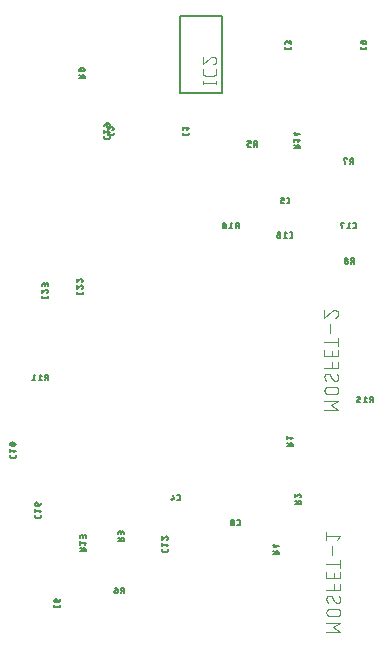
<source format=gbr>
G04 EAGLE Gerber RS-274X export*
G75*
%MOMM*%
%FSLAX34Y34*%
%LPD*%
%INSilkscreen Bottom*%
%IPPOS*%
%AMOC8*
5,1,8,0,0,1.08239X$1,22.5*%
G01*
%ADD10C,0.127000*%
%ADD11C,0.203200*%
%ADD12C,0.101600*%


D10*
X412782Y649606D02*
X412782Y648533D01*
X412784Y648468D01*
X412790Y648404D01*
X412800Y648340D01*
X412813Y648276D01*
X412831Y648214D01*
X412852Y648153D01*
X412876Y648093D01*
X412905Y648035D01*
X412937Y647978D01*
X412972Y647924D01*
X413010Y647872D01*
X413052Y647822D01*
X413096Y647775D01*
X413143Y647731D01*
X413193Y647689D01*
X413245Y647651D01*
X413299Y647616D01*
X413356Y647584D01*
X413414Y647555D01*
X413474Y647531D01*
X413535Y647510D01*
X413597Y647492D01*
X413661Y647479D01*
X413725Y647469D01*
X413789Y647463D01*
X413854Y647461D01*
X416535Y647461D01*
X416600Y647463D01*
X416664Y647469D01*
X416728Y647479D01*
X416792Y647492D01*
X416854Y647510D01*
X416915Y647531D01*
X416975Y647555D01*
X417033Y647584D01*
X417090Y647616D01*
X417144Y647651D01*
X417196Y647689D01*
X417246Y647731D01*
X417293Y647775D01*
X417337Y647822D01*
X417379Y647872D01*
X417417Y647924D01*
X417452Y647978D01*
X417484Y648035D01*
X417513Y648093D01*
X417537Y648153D01*
X417558Y648214D01*
X417576Y648276D01*
X417589Y648340D01*
X417599Y648404D01*
X417605Y648468D01*
X417607Y648533D01*
X417608Y648533D02*
X417608Y649606D01*
X416535Y652061D02*
X417608Y653402D01*
X412782Y653402D01*
X412782Y654742D02*
X412782Y652061D01*
X266319Y376761D02*
X266319Y375688D01*
X266321Y375623D01*
X266327Y375559D01*
X266337Y375495D01*
X266350Y375431D01*
X266368Y375369D01*
X266389Y375308D01*
X266413Y375248D01*
X266442Y375190D01*
X266474Y375133D01*
X266509Y375079D01*
X266547Y375027D01*
X266589Y374977D01*
X266633Y374930D01*
X266680Y374886D01*
X266730Y374844D01*
X266782Y374806D01*
X266836Y374771D01*
X266893Y374739D01*
X266951Y374710D01*
X267011Y374686D01*
X267072Y374665D01*
X267134Y374647D01*
X267198Y374634D01*
X267262Y374624D01*
X267326Y374618D01*
X267391Y374616D01*
X270073Y374616D01*
X270138Y374618D01*
X270202Y374624D01*
X270266Y374634D01*
X270330Y374647D01*
X270392Y374665D01*
X270453Y374686D01*
X270513Y374710D01*
X270571Y374739D01*
X270628Y374771D01*
X270682Y374806D01*
X270734Y374844D01*
X270784Y374886D01*
X270831Y374930D01*
X270875Y374977D01*
X270917Y375027D01*
X270955Y375079D01*
X270990Y375133D01*
X271022Y375190D01*
X271051Y375248D01*
X271075Y375308D01*
X271096Y375369D01*
X271114Y375431D01*
X271127Y375495D01*
X271137Y375559D01*
X271143Y375623D01*
X271145Y375688D01*
X271145Y376761D01*
X270073Y379217D02*
X271145Y380557D01*
X266319Y380557D01*
X266319Y379217D02*
X266319Y381898D01*
X268732Y384703D02*
X268852Y384705D01*
X268972Y384710D01*
X269092Y384719D01*
X269212Y384732D01*
X269331Y384748D01*
X269450Y384768D01*
X269568Y384792D01*
X269685Y384819D01*
X269801Y384849D01*
X269916Y384883D01*
X270031Y384921D01*
X270144Y384962D01*
X270255Y385006D01*
X270366Y385054D01*
X270475Y385105D01*
X270475Y385106D02*
X270532Y385127D01*
X270588Y385153D01*
X270643Y385181D01*
X270695Y385213D01*
X270746Y385249D01*
X270794Y385287D01*
X270840Y385328D01*
X270883Y385372D01*
X270923Y385418D01*
X270960Y385467D01*
X270994Y385519D01*
X271025Y385572D01*
X271053Y385627D01*
X271077Y385683D01*
X271098Y385741D01*
X271115Y385800D01*
X271128Y385860D01*
X271137Y385921D01*
X271143Y385983D01*
X271145Y386044D01*
X271143Y386105D01*
X271137Y386167D01*
X271128Y386228D01*
X271115Y386288D01*
X271098Y386347D01*
X271077Y386405D01*
X271053Y386461D01*
X271025Y386516D01*
X270994Y386569D01*
X270960Y386621D01*
X270923Y386670D01*
X270883Y386716D01*
X270840Y386760D01*
X270794Y386801D01*
X270746Y386839D01*
X270695Y386875D01*
X270643Y386907D01*
X270588Y386935D01*
X270532Y386961D01*
X270475Y386982D01*
X270366Y387033D01*
X270255Y387081D01*
X270144Y387125D01*
X270031Y387166D01*
X269916Y387204D01*
X269801Y387238D01*
X269685Y387268D01*
X269568Y387295D01*
X269450Y387319D01*
X269331Y387339D01*
X269212Y387355D01*
X269092Y387368D01*
X268972Y387377D01*
X268852Y387382D01*
X268732Y387384D01*
X268732Y384703D02*
X268612Y384705D01*
X268492Y384710D01*
X268372Y384719D01*
X268252Y384732D01*
X268133Y384748D01*
X268014Y384768D01*
X267896Y384792D01*
X267779Y384819D01*
X267663Y384849D01*
X267548Y384883D01*
X267433Y384921D01*
X267320Y384962D01*
X267209Y385006D01*
X267098Y385054D01*
X266989Y385105D01*
X266989Y385106D02*
X266932Y385127D01*
X266876Y385153D01*
X266821Y385181D01*
X266769Y385213D01*
X266718Y385249D01*
X266670Y385287D01*
X266624Y385328D01*
X266581Y385372D01*
X266541Y385418D01*
X266504Y385467D01*
X266470Y385519D01*
X266439Y385572D01*
X266411Y385627D01*
X266387Y385683D01*
X266366Y385741D01*
X266349Y385800D01*
X266336Y385860D01*
X266327Y385921D01*
X266321Y385983D01*
X266319Y386044D01*
X266989Y386982D02*
X267098Y387033D01*
X267209Y387081D01*
X267320Y387125D01*
X267433Y387166D01*
X267548Y387204D01*
X267663Y387238D01*
X267779Y387268D01*
X267896Y387295D01*
X268014Y387319D01*
X268133Y387339D01*
X268252Y387355D01*
X268372Y387368D01*
X268492Y387377D01*
X268612Y387382D01*
X268732Y387384D01*
X266989Y386982D02*
X266932Y386961D01*
X266876Y386935D01*
X266821Y386907D01*
X266769Y386875D01*
X266718Y386839D01*
X266670Y386801D01*
X266624Y386760D01*
X266581Y386716D01*
X266541Y386669D01*
X266504Y386621D01*
X266470Y386569D01*
X266439Y386516D01*
X266411Y386461D01*
X266387Y386405D01*
X266366Y386347D01*
X266349Y386288D01*
X266336Y386228D01*
X266327Y386167D01*
X266321Y386105D01*
X266319Y386044D01*
X267391Y384971D02*
X270073Y387116D01*
X395179Y297169D02*
X395179Y296097D01*
X395181Y296032D01*
X395187Y295968D01*
X395197Y295904D01*
X395210Y295840D01*
X395228Y295778D01*
X395249Y295717D01*
X395273Y295657D01*
X395302Y295599D01*
X395334Y295542D01*
X395369Y295488D01*
X395407Y295436D01*
X395449Y295386D01*
X395493Y295339D01*
X395540Y295295D01*
X395590Y295253D01*
X395642Y295215D01*
X395696Y295180D01*
X395753Y295148D01*
X395811Y295119D01*
X395871Y295095D01*
X395932Y295074D01*
X395994Y295056D01*
X396058Y295043D01*
X396122Y295033D01*
X396186Y295027D01*
X396251Y295025D01*
X398932Y295025D01*
X398997Y295027D01*
X399061Y295033D01*
X399125Y295043D01*
X399189Y295056D01*
X399251Y295074D01*
X399312Y295095D01*
X399372Y295119D01*
X399430Y295148D01*
X399487Y295180D01*
X399541Y295215D01*
X399593Y295253D01*
X399643Y295295D01*
X399690Y295339D01*
X399734Y295386D01*
X399776Y295436D01*
X399814Y295488D01*
X399849Y295542D01*
X399881Y295599D01*
X399910Y295657D01*
X399934Y295717D01*
X399955Y295778D01*
X399973Y295840D01*
X399986Y295904D01*
X399996Y295968D01*
X400002Y296032D01*
X400004Y296097D01*
X400005Y296097D02*
X400005Y297169D01*
X398932Y299625D02*
X400005Y300966D01*
X395179Y300966D01*
X395179Y302306D02*
X395179Y299625D01*
X400005Y306586D02*
X400003Y306654D01*
X399997Y306721D01*
X399988Y306788D01*
X399975Y306855D01*
X399958Y306920D01*
X399937Y306985D01*
X399913Y307048D01*
X399885Y307110D01*
X399854Y307170D01*
X399820Y307228D01*
X399782Y307284D01*
X399742Y307339D01*
X399698Y307390D01*
X399651Y307439D01*
X399602Y307486D01*
X399551Y307530D01*
X399496Y307570D01*
X399440Y307608D01*
X399382Y307642D01*
X399322Y307673D01*
X399260Y307701D01*
X399197Y307725D01*
X399132Y307746D01*
X399067Y307763D01*
X399000Y307776D01*
X398933Y307785D01*
X398866Y307791D01*
X398798Y307793D01*
X400005Y306586D02*
X400003Y306508D01*
X399997Y306430D01*
X399987Y306353D01*
X399974Y306276D01*
X399956Y306200D01*
X399935Y306125D01*
X399910Y306051D01*
X399881Y305979D01*
X399849Y305908D01*
X399813Y305839D01*
X399774Y305771D01*
X399731Y305706D01*
X399685Y305643D01*
X399636Y305582D01*
X399584Y305524D01*
X399529Y305469D01*
X399472Y305416D01*
X399412Y305367D01*
X399349Y305320D01*
X399284Y305277D01*
X399218Y305237D01*
X399149Y305200D01*
X399078Y305167D01*
X399006Y305137D01*
X398933Y305111D01*
X397860Y307391D02*
X397909Y307440D01*
X397961Y307487D01*
X398016Y307530D01*
X398073Y307571D01*
X398132Y307609D01*
X398193Y307643D01*
X398256Y307674D01*
X398320Y307702D01*
X398386Y307726D01*
X398452Y307746D01*
X398520Y307763D01*
X398589Y307776D01*
X398658Y307785D01*
X398728Y307791D01*
X398798Y307793D01*
X397860Y307391D02*
X395179Y305112D01*
X395179Y307793D01*
X287655Y324888D02*
X287655Y325961D01*
X287655Y324888D02*
X287657Y324823D01*
X287663Y324759D01*
X287673Y324695D01*
X287686Y324631D01*
X287704Y324569D01*
X287725Y324508D01*
X287749Y324448D01*
X287778Y324390D01*
X287810Y324333D01*
X287845Y324279D01*
X287883Y324227D01*
X287925Y324177D01*
X287969Y324130D01*
X288016Y324086D01*
X288066Y324044D01*
X288118Y324006D01*
X288172Y323971D01*
X288229Y323939D01*
X288287Y323910D01*
X288347Y323886D01*
X288408Y323865D01*
X288470Y323847D01*
X288534Y323834D01*
X288598Y323824D01*
X288662Y323818D01*
X288727Y323816D01*
X291409Y323816D01*
X291474Y323818D01*
X291538Y323824D01*
X291602Y323834D01*
X291666Y323847D01*
X291728Y323865D01*
X291789Y323886D01*
X291849Y323910D01*
X291907Y323939D01*
X291964Y323971D01*
X292018Y324006D01*
X292070Y324044D01*
X292120Y324086D01*
X292167Y324130D01*
X292211Y324177D01*
X292253Y324227D01*
X292291Y324279D01*
X292326Y324333D01*
X292358Y324390D01*
X292387Y324448D01*
X292411Y324508D01*
X292432Y324569D01*
X292450Y324631D01*
X292463Y324695D01*
X292473Y324759D01*
X292479Y324823D01*
X292481Y324888D01*
X292481Y325961D01*
X291409Y328417D02*
X292481Y329757D01*
X287655Y329757D01*
X287655Y328417D02*
X287655Y331098D01*
X290336Y333903D02*
X290336Y335512D01*
X290334Y335577D01*
X290328Y335641D01*
X290318Y335705D01*
X290305Y335769D01*
X290287Y335831D01*
X290266Y335892D01*
X290242Y335952D01*
X290213Y336010D01*
X290181Y336067D01*
X290146Y336121D01*
X290108Y336173D01*
X290066Y336223D01*
X290022Y336270D01*
X289975Y336314D01*
X289925Y336356D01*
X289873Y336394D01*
X289819Y336429D01*
X289762Y336461D01*
X289704Y336490D01*
X289644Y336514D01*
X289583Y336535D01*
X289521Y336553D01*
X289457Y336566D01*
X289393Y336576D01*
X289329Y336582D01*
X289264Y336584D01*
X288996Y336584D01*
X288996Y336585D02*
X288925Y336583D01*
X288853Y336577D01*
X288783Y336568D01*
X288713Y336555D01*
X288643Y336538D01*
X288575Y336517D01*
X288508Y336493D01*
X288442Y336465D01*
X288378Y336434D01*
X288315Y336399D01*
X288255Y336361D01*
X288196Y336320D01*
X288140Y336276D01*
X288086Y336229D01*
X288035Y336180D01*
X287987Y336127D01*
X287941Y336072D01*
X287899Y336015D01*
X287859Y335955D01*
X287823Y335894D01*
X287790Y335830D01*
X287761Y335765D01*
X287735Y335699D01*
X287712Y335631D01*
X287693Y335562D01*
X287678Y335492D01*
X287667Y335422D01*
X287659Y335351D01*
X287655Y335280D01*
X287655Y335208D01*
X287659Y335137D01*
X287667Y335066D01*
X287678Y334996D01*
X287693Y334926D01*
X287712Y334857D01*
X287735Y334789D01*
X287761Y334723D01*
X287790Y334658D01*
X287823Y334594D01*
X287859Y334533D01*
X287899Y334473D01*
X287941Y334416D01*
X287987Y334361D01*
X288035Y334308D01*
X288086Y334259D01*
X288140Y334212D01*
X288196Y334168D01*
X288255Y334127D01*
X288315Y334089D01*
X288378Y334054D01*
X288442Y334023D01*
X288508Y333995D01*
X288575Y333971D01*
X288643Y333950D01*
X288713Y333933D01*
X288783Y333920D01*
X288853Y333911D01*
X288925Y333905D01*
X288996Y333903D01*
X290336Y333903D01*
X290427Y333905D01*
X290518Y333911D01*
X290608Y333920D01*
X290699Y333934D01*
X290788Y333951D01*
X290876Y333972D01*
X290964Y333997D01*
X291051Y334026D01*
X291136Y334058D01*
X291220Y334093D01*
X291302Y334133D01*
X291382Y334175D01*
X291461Y334221D01*
X291537Y334271D01*
X291611Y334323D01*
X291684Y334379D01*
X291753Y334438D01*
X291820Y334499D01*
X291885Y334564D01*
X291946Y334631D01*
X292005Y334700D01*
X292061Y334772D01*
X292113Y334847D01*
X292163Y334923D01*
X292209Y335002D01*
X292251Y335082D01*
X292291Y335164D01*
X292326Y335248D01*
X292358Y335333D01*
X292387Y335420D01*
X292412Y335507D01*
X292433Y335596D01*
X292450Y335685D01*
X292464Y335776D01*
X292473Y335866D01*
X292479Y335957D01*
X292481Y336048D01*
X556996Y568582D02*
X558069Y568582D01*
X558134Y568584D01*
X558198Y568590D01*
X558262Y568600D01*
X558326Y568613D01*
X558388Y568631D01*
X558449Y568652D01*
X558509Y568676D01*
X558567Y568705D01*
X558624Y568737D01*
X558678Y568772D01*
X558730Y568810D01*
X558780Y568852D01*
X558827Y568896D01*
X558871Y568943D01*
X558913Y568993D01*
X558951Y569045D01*
X558986Y569099D01*
X559018Y569156D01*
X559047Y569214D01*
X559071Y569274D01*
X559092Y569335D01*
X559110Y569397D01*
X559123Y569461D01*
X559133Y569525D01*
X559139Y569589D01*
X559141Y569654D01*
X559141Y572335D01*
X559139Y572400D01*
X559133Y572464D01*
X559123Y572528D01*
X559110Y572592D01*
X559092Y572654D01*
X559071Y572715D01*
X559047Y572775D01*
X559018Y572833D01*
X558986Y572890D01*
X558951Y572944D01*
X558913Y572996D01*
X558871Y573046D01*
X558827Y573093D01*
X558780Y573137D01*
X558730Y573179D01*
X558678Y573217D01*
X558624Y573252D01*
X558567Y573284D01*
X558509Y573313D01*
X558449Y573337D01*
X558388Y573358D01*
X558326Y573376D01*
X558262Y573389D01*
X558198Y573399D01*
X558134Y573405D01*
X558069Y573407D01*
X558069Y573408D02*
X556996Y573408D01*
X554540Y572335D02*
X553200Y573408D01*
X553200Y568582D01*
X554540Y568582D02*
X551859Y568582D01*
X549054Y572872D02*
X549054Y573408D01*
X546373Y573408D01*
X547714Y568582D01*
X349282Y648533D02*
X349282Y649606D01*
X349282Y648533D02*
X349284Y648468D01*
X349290Y648404D01*
X349300Y648340D01*
X349313Y648276D01*
X349331Y648214D01*
X349352Y648153D01*
X349376Y648093D01*
X349405Y648035D01*
X349437Y647978D01*
X349472Y647924D01*
X349510Y647872D01*
X349552Y647822D01*
X349596Y647775D01*
X349643Y647731D01*
X349693Y647689D01*
X349745Y647651D01*
X349799Y647616D01*
X349856Y647584D01*
X349914Y647555D01*
X349974Y647531D01*
X350035Y647510D01*
X350097Y647492D01*
X350161Y647479D01*
X350225Y647469D01*
X350289Y647463D01*
X350354Y647461D01*
X353035Y647461D01*
X353100Y647463D01*
X353164Y647469D01*
X353228Y647479D01*
X353292Y647492D01*
X353354Y647510D01*
X353415Y647531D01*
X353475Y647555D01*
X353533Y647584D01*
X353590Y647616D01*
X353644Y647651D01*
X353696Y647689D01*
X353746Y647731D01*
X353793Y647775D01*
X353837Y647822D01*
X353879Y647872D01*
X353917Y647924D01*
X353952Y647978D01*
X353984Y648035D01*
X354013Y648093D01*
X354037Y648153D01*
X354058Y648214D01*
X354076Y648276D01*
X354089Y648340D01*
X354099Y648404D01*
X354105Y648468D01*
X354107Y648533D01*
X354108Y648533D02*
X354108Y649606D01*
X354108Y653536D02*
X354106Y653604D01*
X354100Y653671D01*
X354091Y653738D01*
X354078Y653805D01*
X354061Y653870D01*
X354040Y653935D01*
X354016Y653998D01*
X353988Y654060D01*
X353957Y654120D01*
X353923Y654178D01*
X353885Y654234D01*
X353845Y654289D01*
X353801Y654340D01*
X353754Y654389D01*
X353705Y654436D01*
X353654Y654480D01*
X353599Y654520D01*
X353543Y654558D01*
X353485Y654592D01*
X353425Y654623D01*
X353363Y654651D01*
X353300Y654675D01*
X353235Y654696D01*
X353170Y654713D01*
X353103Y654726D01*
X353036Y654735D01*
X352969Y654741D01*
X352901Y654743D01*
X354108Y653536D02*
X354106Y653458D01*
X354100Y653380D01*
X354090Y653303D01*
X354077Y653226D01*
X354059Y653150D01*
X354038Y653075D01*
X354013Y653001D01*
X353984Y652929D01*
X353952Y652858D01*
X353916Y652789D01*
X353877Y652721D01*
X353834Y652656D01*
X353788Y652593D01*
X353739Y652532D01*
X353687Y652474D01*
X353632Y652419D01*
X353575Y652366D01*
X353515Y652317D01*
X353452Y652270D01*
X353387Y652227D01*
X353321Y652187D01*
X353252Y652150D01*
X353181Y652117D01*
X353109Y652087D01*
X353036Y652061D01*
X351963Y654341D02*
X352012Y654390D01*
X352064Y654437D01*
X352119Y654480D01*
X352176Y654521D01*
X352235Y654559D01*
X352296Y654593D01*
X352359Y654624D01*
X352423Y654652D01*
X352489Y654676D01*
X352555Y654696D01*
X352623Y654713D01*
X352692Y654726D01*
X352761Y654735D01*
X352831Y654741D01*
X352901Y654743D01*
X351963Y654340D02*
X349282Y652061D01*
X349282Y654742D01*
X499604Y721257D02*
X499604Y722330D01*
X499605Y721257D02*
X499607Y721192D01*
X499613Y721128D01*
X499623Y721064D01*
X499636Y721000D01*
X499654Y720938D01*
X499675Y720877D01*
X499699Y720817D01*
X499728Y720759D01*
X499760Y720702D01*
X499795Y720648D01*
X499833Y720596D01*
X499875Y720546D01*
X499919Y720499D01*
X499966Y720455D01*
X500016Y720413D01*
X500068Y720375D01*
X500122Y720340D01*
X500179Y720308D01*
X500237Y720279D01*
X500297Y720255D01*
X500358Y720234D01*
X500420Y720216D01*
X500484Y720203D01*
X500548Y720193D01*
X500612Y720187D01*
X500677Y720185D01*
X503358Y720185D01*
X503423Y720187D01*
X503487Y720193D01*
X503551Y720203D01*
X503615Y720216D01*
X503677Y720234D01*
X503738Y720255D01*
X503798Y720279D01*
X503856Y720308D01*
X503913Y720340D01*
X503967Y720375D01*
X504019Y720413D01*
X504069Y720455D01*
X504116Y720499D01*
X504160Y720546D01*
X504202Y720596D01*
X504240Y720648D01*
X504275Y720702D01*
X504307Y720759D01*
X504336Y720817D01*
X504360Y720877D01*
X504381Y720938D01*
X504399Y721000D01*
X504412Y721064D01*
X504422Y721128D01*
X504428Y721192D01*
X504430Y721257D01*
X504430Y722330D01*
X499604Y724786D02*
X499604Y726126D01*
X499606Y726197D01*
X499612Y726269D01*
X499621Y726339D01*
X499634Y726409D01*
X499651Y726479D01*
X499672Y726547D01*
X499696Y726614D01*
X499724Y726680D01*
X499755Y726744D01*
X499790Y726807D01*
X499828Y726867D01*
X499869Y726926D01*
X499913Y726982D01*
X499960Y727036D01*
X500009Y727087D01*
X500062Y727135D01*
X500117Y727181D01*
X500174Y727223D01*
X500234Y727263D01*
X500295Y727299D01*
X500359Y727332D01*
X500424Y727361D01*
X500490Y727387D01*
X500558Y727410D01*
X500627Y727429D01*
X500697Y727444D01*
X500767Y727455D01*
X500838Y727463D01*
X500909Y727467D01*
X500981Y727467D01*
X501052Y727463D01*
X501123Y727455D01*
X501193Y727444D01*
X501263Y727429D01*
X501332Y727410D01*
X501400Y727387D01*
X501466Y727361D01*
X501531Y727332D01*
X501595Y727299D01*
X501656Y727263D01*
X501716Y727223D01*
X501773Y727181D01*
X501828Y727135D01*
X501881Y727087D01*
X501930Y727036D01*
X501977Y726982D01*
X502021Y726926D01*
X502062Y726867D01*
X502100Y726807D01*
X502135Y726744D01*
X502166Y726680D01*
X502194Y726614D01*
X502218Y726547D01*
X502239Y726479D01*
X502256Y726409D01*
X502269Y726339D01*
X502278Y726269D01*
X502284Y726197D01*
X502286Y726126D01*
X504430Y726394D02*
X504430Y724786D01*
X504430Y726394D02*
X504428Y726459D01*
X504422Y726523D01*
X504412Y726587D01*
X504399Y726651D01*
X504381Y726713D01*
X504360Y726774D01*
X504336Y726834D01*
X504307Y726892D01*
X504275Y726949D01*
X504240Y727003D01*
X504202Y727055D01*
X504160Y727105D01*
X504116Y727152D01*
X504069Y727196D01*
X504019Y727238D01*
X503967Y727276D01*
X503913Y727311D01*
X503856Y727343D01*
X503798Y727372D01*
X503738Y727396D01*
X503677Y727417D01*
X503615Y727435D01*
X503551Y727448D01*
X503487Y727458D01*
X503423Y727464D01*
X503358Y727466D01*
X503293Y727464D01*
X503229Y727458D01*
X503165Y727448D01*
X503101Y727435D01*
X503039Y727417D01*
X502978Y727396D01*
X502918Y727372D01*
X502860Y727343D01*
X502803Y727311D01*
X502749Y727276D01*
X502697Y727238D01*
X502647Y727196D01*
X502600Y727152D01*
X502556Y727105D01*
X502514Y727055D01*
X502476Y727003D01*
X502441Y726949D01*
X502409Y726892D01*
X502380Y726834D01*
X502356Y726774D01*
X502335Y726713D01*
X502317Y726651D01*
X502304Y726587D01*
X502294Y726523D01*
X502288Y726459D01*
X502286Y726394D01*
X502285Y726394D02*
X502285Y725322D01*
X408968Y338455D02*
X407896Y338455D01*
X408968Y338455D02*
X409033Y338457D01*
X409097Y338463D01*
X409161Y338473D01*
X409225Y338486D01*
X409287Y338504D01*
X409348Y338525D01*
X409408Y338549D01*
X409466Y338578D01*
X409523Y338610D01*
X409577Y338645D01*
X409629Y338683D01*
X409679Y338725D01*
X409726Y338769D01*
X409770Y338816D01*
X409812Y338866D01*
X409850Y338918D01*
X409885Y338972D01*
X409917Y339029D01*
X409946Y339087D01*
X409970Y339147D01*
X409991Y339208D01*
X410009Y339270D01*
X410022Y339334D01*
X410032Y339398D01*
X410038Y339462D01*
X410040Y339527D01*
X410041Y339527D02*
X410041Y342209D01*
X410040Y342209D02*
X410038Y342274D01*
X410032Y342338D01*
X410022Y342402D01*
X410009Y342466D01*
X409991Y342528D01*
X409970Y342589D01*
X409946Y342649D01*
X409917Y342707D01*
X409885Y342764D01*
X409850Y342818D01*
X409812Y342870D01*
X409770Y342920D01*
X409726Y342967D01*
X409679Y343011D01*
X409629Y343053D01*
X409577Y343091D01*
X409523Y343126D01*
X409466Y343158D01*
X409408Y343187D01*
X409348Y343211D01*
X409287Y343232D01*
X409225Y343250D01*
X409161Y343263D01*
X409097Y343273D01*
X409033Y343279D01*
X408968Y343281D01*
X407896Y343281D01*
X404368Y343281D02*
X405440Y339527D01*
X402759Y339527D01*
X403563Y340600D02*
X403563Y338455D01*
X458696Y317119D02*
X459768Y317119D01*
X459833Y317121D01*
X459897Y317127D01*
X459961Y317137D01*
X460025Y317150D01*
X460087Y317168D01*
X460148Y317189D01*
X460208Y317213D01*
X460266Y317242D01*
X460323Y317274D01*
X460377Y317309D01*
X460429Y317347D01*
X460479Y317389D01*
X460526Y317433D01*
X460570Y317480D01*
X460612Y317530D01*
X460650Y317582D01*
X460685Y317636D01*
X460717Y317693D01*
X460746Y317751D01*
X460770Y317811D01*
X460791Y317872D01*
X460809Y317934D01*
X460822Y317998D01*
X460832Y318062D01*
X460838Y318126D01*
X460840Y318191D01*
X460841Y318191D02*
X460841Y320873D01*
X460840Y320873D02*
X460838Y320938D01*
X460832Y321002D01*
X460822Y321066D01*
X460809Y321130D01*
X460791Y321192D01*
X460770Y321253D01*
X460746Y321313D01*
X460717Y321371D01*
X460685Y321428D01*
X460650Y321482D01*
X460612Y321534D01*
X460570Y321584D01*
X460526Y321631D01*
X460479Y321675D01*
X460429Y321717D01*
X460377Y321755D01*
X460323Y321790D01*
X460266Y321822D01*
X460208Y321851D01*
X460148Y321875D01*
X460087Y321896D01*
X460025Y321914D01*
X459961Y321927D01*
X459897Y321937D01*
X459833Y321943D01*
X459768Y321945D01*
X458696Y321945D01*
X456241Y318460D02*
X456239Y318531D01*
X456233Y318603D01*
X456224Y318673D01*
X456211Y318743D01*
X456194Y318813D01*
X456173Y318881D01*
X456149Y318948D01*
X456121Y319014D01*
X456090Y319078D01*
X456055Y319141D01*
X456017Y319201D01*
X455976Y319260D01*
X455932Y319316D01*
X455885Y319370D01*
X455836Y319421D01*
X455783Y319469D01*
X455728Y319515D01*
X455671Y319557D01*
X455611Y319597D01*
X455550Y319633D01*
X455486Y319666D01*
X455421Y319695D01*
X455355Y319721D01*
X455287Y319744D01*
X455218Y319763D01*
X455148Y319778D01*
X455078Y319789D01*
X455007Y319797D01*
X454936Y319801D01*
X454864Y319801D01*
X454793Y319797D01*
X454722Y319789D01*
X454652Y319778D01*
X454582Y319763D01*
X454513Y319744D01*
X454445Y319721D01*
X454379Y319695D01*
X454314Y319666D01*
X454250Y319633D01*
X454189Y319597D01*
X454129Y319557D01*
X454072Y319515D01*
X454017Y319469D01*
X453964Y319421D01*
X453915Y319370D01*
X453868Y319316D01*
X453824Y319260D01*
X453783Y319201D01*
X453745Y319141D01*
X453710Y319078D01*
X453679Y319014D01*
X453651Y318948D01*
X453627Y318881D01*
X453606Y318813D01*
X453589Y318743D01*
X453576Y318673D01*
X453567Y318603D01*
X453561Y318531D01*
X453559Y318460D01*
X453561Y318389D01*
X453567Y318317D01*
X453576Y318247D01*
X453589Y318177D01*
X453606Y318107D01*
X453627Y318039D01*
X453651Y317972D01*
X453679Y317906D01*
X453710Y317842D01*
X453745Y317779D01*
X453783Y317719D01*
X453824Y317660D01*
X453868Y317604D01*
X453915Y317550D01*
X453964Y317499D01*
X454017Y317451D01*
X454072Y317405D01*
X454129Y317363D01*
X454189Y317323D01*
X454250Y317287D01*
X454314Y317254D01*
X454379Y317225D01*
X454445Y317199D01*
X454513Y317176D01*
X454582Y317157D01*
X454652Y317142D01*
X454722Y317131D01*
X454793Y317123D01*
X454864Y317119D01*
X454936Y317119D01*
X455007Y317123D01*
X455078Y317131D01*
X455148Y317142D01*
X455218Y317157D01*
X455287Y317176D01*
X455355Y317199D01*
X455421Y317225D01*
X455486Y317254D01*
X455550Y317287D01*
X455611Y317323D01*
X455671Y317363D01*
X455728Y317405D01*
X455783Y317451D01*
X455836Y317499D01*
X455885Y317550D01*
X455932Y317604D01*
X455976Y317660D01*
X456017Y317719D01*
X456055Y317779D01*
X456090Y317842D01*
X456121Y317906D01*
X456149Y317972D01*
X456173Y318039D01*
X456194Y318107D01*
X456211Y318177D01*
X456224Y318247D01*
X456233Y318317D01*
X456239Y318389D01*
X456241Y318460D01*
X455972Y320873D02*
X455970Y320938D01*
X455964Y321002D01*
X455954Y321066D01*
X455941Y321130D01*
X455923Y321192D01*
X455902Y321253D01*
X455878Y321313D01*
X455849Y321371D01*
X455817Y321428D01*
X455782Y321482D01*
X455744Y321534D01*
X455702Y321584D01*
X455658Y321631D01*
X455611Y321675D01*
X455561Y321717D01*
X455509Y321755D01*
X455455Y321790D01*
X455398Y321822D01*
X455340Y321851D01*
X455280Y321875D01*
X455219Y321896D01*
X455157Y321914D01*
X455093Y321927D01*
X455029Y321937D01*
X454965Y321943D01*
X454900Y321945D01*
X454835Y321943D01*
X454771Y321937D01*
X454707Y321927D01*
X454643Y321914D01*
X454581Y321896D01*
X454520Y321875D01*
X454460Y321851D01*
X454402Y321822D01*
X454345Y321790D01*
X454291Y321755D01*
X454239Y321717D01*
X454189Y321675D01*
X454142Y321631D01*
X454098Y321584D01*
X454056Y321534D01*
X454018Y321482D01*
X453983Y321428D01*
X453951Y321371D01*
X453922Y321313D01*
X453898Y321253D01*
X453877Y321192D01*
X453859Y321130D01*
X453846Y321066D01*
X453836Y321002D01*
X453830Y320938D01*
X453828Y320873D01*
X453830Y320808D01*
X453836Y320744D01*
X453846Y320680D01*
X453859Y320616D01*
X453877Y320554D01*
X453898Y320493D01*
X453922Y320433D01*
X453951Y320375D01*
X453983Y320318D01*
X454018Y320264D01*
X454056Y320212D01*
X454098Y320162D01*
X454142Y320115D01*
X454189Y320071D01*
X454239Y320029D01*
X454291Y319991D01*
X454345Y319956D01*
X454402Y319924D01*
X454460Y319895D01*
X454520Y319871D01*
X454581Y319850D01*
X454643Y319832D01*
X454707Y319819D01*
X454771Y319809D01*
X454835Y319803D01*
X454900Y319801D01*
X454965Y319803D01*
X455029Y319809D01*
X455093Y319819D01*
X455157Y319832D01*
X455219Y319850D01*
X455280Y319871D01*
X455340Y319895D01*
X455398Y319924D01*
X455455Y319956D01*
X455509Y319991D01*
X455561Y320029D01*
X455611Y320071D01*
X455658Y320115D01*
X455702Y320162D01*
X455744Y320212D01*
X455782Y320264D01*
X455817Y320318D01*
X455849Y320375D01*
X455878Y320433D01*
X455902Y320493D01*
X455923Y320554D01*
X455941Y320616D01*
X455954Y320680D01*
X455964Y320744D01*
X455970Y320808D01*
X455972Y320873D01*
X563239Y721225D02*
X563239Y722297D01*
X563240Y721225D02*
X563242Y721160D01*
X563248Y721096D01*
X563258Y721032D01*
X563271Y720968D01*
X563289Y720906D01*
X563310Y720845D01*
X563334Y720785D01*
X563363Y720727D01*
X563395Y720670D01*
X563430Y720616D01*
X563468Y720564D01*
X563510Y720514D01*
X563554Y720467D01*
X563601Y720423D01*
X563651Y720381D01*
X563703Y720343D01*
X563757Y720308D01*
X563814Y720276D01*
X563872Y720247D01*
X563932Y720223D01*
X563993Y720202D01*
X564055Y720184D01*
X564119Y720171D01*
X564183Y720161D01*
X564247Y720155D01*
X564312Y720153D01*
X564312Y720152D02*
X566993Y720152D01*
X566993Y720153D02*
X567058Y720155D01*
X567122Y720161D01*
X567186Y720171D01*
X567250Y720184D01*
X567312Y720202D01*
X567373Y720223D01*
X567433Y720247D01*
X567491Y720276D01*
X567548Y720308D01*
X567602Y720343D01*
X567654Y720381D01*
X567704Y720423D01*
X567751Y720467D01*
X567795Y720514D01*
X567837Y720564D01*
X567875Y720616D01*
X567910Y720670D01*
X567942Y720727D01*
X567971Y720785D01*
X567995Y720845D01*
X568016Y720906D01*
X568034Y720968D01*
X568047Y721032D01*
X568057Y721096D01*
X568063Y721160D01*
X568065Y721225D01*
X568065Y722297D01*
X565384Y725826D02*
X565384Y727434D01*
X565385Y725826D02*
X565387Y725761D01*
X565393Y725697D01*
X565403Y725633D01*
X565416Y725569D01*
X565434Y725507D01*
X565455Y725446D01*
X565479Y725386D01*
X565508Y725328D01*
X565540Y725271D01*
X565575Y725217D01*
X565613Y725165D01*
X565655Y725115D01*
X565699Y725068D01*
X565746Y725024D01*
X565796Y724982D01*
X565848Y724944D01*
X565902Y724909D01*
X565959Y724877D01*
X566017Y724848D01*
X566077Y724824D01*
X566138Y724803D01*
X566200Y724785D01*
X566264Y724772D01*
X566328Y724762D01*
X566392Y724756D01*
X566457Y724754D01*
X566457Y724753D02*
X566725Y724753D01*
X566796Y724755D01*
X566868Y724761D01*
X566938Y724770D01*
X567008Y724783D01*
X567078Y724800D01*
X567146Y724821D01*
X567213Y724845D01*
X567279Y724873D01*
X567343Y724904D01*
X567406Y724939D01*
X567466Y724977D01*
X567525Y725018D01*
X567581Y725062D01*
X567635Y725109D01*
X567686Y725158D01*
X567734Y725211D01*
X567780Y725266D01*
X567822Y725323D01*
X567862Y725383D01*
X567898Y725444D01*
X567931Y725508D01*
X567960Y725573D01*
X567986Y725639D01*
X568009Y725707D01*
X568028Y725776D01*
X568043Y725846D01*
X568054Y725916D01*
X568062Y725987D01*
X568066Y726058D01*
X568066Y726130D01*
X568062Y726201D01*
X568054Y726272D01*
X568043Y726342D01*
X568028Y726412D01*
X568009Y726481D01*
X567986Y726549D01*
X567960Y726615D01*
X567931Y726680D01*
X567898Y726744D01*
X567862Y726805D01*
X567822Y726865D01*
X567780Y726922D01*
X567734Y726977D01*
X567686Y727030D01*
X567635Y727079D01*
X567581Y727126D01*
X567525Y727170D01*
X567466Y727211D01*
X567406Y727249D01*
X567343Y727284D01*
X567279Y727315D01*
X567213Y727343D01*
X567146Y727367D01*
X567078Y727388D01*
X567008Y727405D01*
X566938Y727418D01*
X566868Y727427D01*
X566796Y727433D01*
X566725Y727435D01*
X566725Y727434D02*
X565384Y727434D01*
X565293Y727432D01*
X565202Y727426D01*
X565112Y727417D01*
X565021Y727403D01*
X564932Y727386D01*
X564844Y727365D01*
X564756Y727340D01*
X564669Y727311D01*
X564584Y727279D01*
X564500Y727244D01*
X564418Y727204D01*
X564338Y727162D01*
X564259Y727116D01*
X564183Y727066D01*
X564109Y727014D01*
X564036Y726958D01*
X563967Y726899D01*
X563900Y726838D01*
X563835Y726773D01*
X563774Y726706D01*
X563715Y726637D01*
X563659Y726564D01*
X563607Y726490D01*
X563557Y726414D01*
X563511Y726335D01*
X563469Y726255D01*
X563429Y726173D01*
X563394Y726089D01*
X563362Y726004D01*
X563333Y725917D01*
X563308Y725829D01*
X563287Y725741D01*
X563270Y725652D01*
X563256Y725561D01*
X563247Y725471D01*
X563241Y725380D01*
X563239Y725289D01*
D11*
X446194Y748491D02*
X410634Y748491D01*
X410634Y682951D01*
X446194Y682951D01*
X446194Y748491D01*
D12*
X441114Y692128D02*
X429430Y692128D01*
X429430Y693426D02*
X429430Y690829D01*
X441114Y690829D02*
X441114Y693426D01*
X429430Y700589D02*
X429430Y703186D01*
X429430Y700589D02*
X429432Y700490D01*
X429438Y700390D01*
X429447Y700291D01*
X429460Y700193D01*
X429477Y700095D01*
X429498Y699997D01*
X429523Y699901D01*
X429551Y699806D01*
X429583Y699712D01*
X429618Y699619D01*
X429657Y699527D01*
X429700Y699437D01*
X429745Y699349D01*
X429795Y699262D01*
X429847Y699178D01*
X429903Y699095D01*
X429961Y699015D01*
X430023Y698937D01*
X430088Y698862D01*
X430156Y698789D01*
X430226Y698719D01*
X430299Y698651D01*
X430374Y698586D01*
X430452Y698524D01*
X430532Y698466D01*
X430615Y698410D01*
X430699Y698358D01*
X430786Y698308D01*
X430874Y698263D01*
X430964Y698220D01*
X431056Y698181D01*
X431149Y698146D01*
X431243Y698114D01*
X431338Y698086D01*
X431434Y698061D01*
X431532Y698040D01*
X431630Y698023D01*
X431728Y698010D01*
X431827Y698001D01*
X431927Y697995D01*
X432026Y697993D01*
X438517Y697993D01*
X438616Y697995D01*
X438716Y698001D01*
X438815Y698010D01*
X438913Y698023D01*
X439011Y698040D01*
X439109Y698061D01*
X439205Y698086D01*
X439300Y698114D01*
X439394Y698146D01*
X439487Y698181D01*
X439579Y698220D01*
X439669Y698263D01*
X439757Y698308D01*
X439844Y698358D01*
X439928Y698410D01*
X440011Y698466D01*
X440091Y698524D01*
X440169Y698586D01*
X440244Y698651D01*
X440317Y698719D01*
X440387Y698789D01*
X440455Y698862D01*
X440520Y698937D01*
X440582Y699015D01*
X440640Y699095D01*
X440696Y699178D01*
X440748Y699262D01*
X440798Y699349D01*
X440843Y699437D01*
X440886Y699527D01*
X440925Y699619D01*
X440960Y699711D01*
X440992Y699806D01*
X441020Y699901D01*
X441045Y699997D01*
X441066Y700095D01*
X441083Y700193D01*
X441096Y700291D01*
X441105Y700390D01*
X441111Y700490D01*
X441113Y700589D01*
X441114Y700589D02*
X441114Y703186D01*
X441114Y711121D02*
X441112Y711228D01*
X441106Y711334D01*
X441096Y711440D01*
X441083Y711546D01*
X441065Y711652D01*
X441044Y711756D01*
X441019Y711860D01*
X440990Y711963D01*
X440958Y712064D01*
X440921Y712164D01*
X440881Y712263D01*
X440838Y712361D01*
X440791Y712457D01*
X440740Y712551D01*
X440686Y712643D01*
X440629Y712733D01*
X440569Y712821D01*
X440505Y712906D01*
X440438Y712989D01*
X440368Y713070D01*
X440296Y713148D01*
X440220Y713224D01*
X440142Y713296D01*
X440061Y713366D01*
X439978Y713433D01*
X439893Y713497D01*
X439805Y713557D01*
X439715Y713614D01*
X439623Y713668D01*
X439529Y713719D01*
X439433Y713766D01*
X439335Y713809D01*
X439236Y713849D01*
X439136Y713886D01*
X439035Y713918D01*
X438932Y713947D01*
X438828Y713972D01*
X438724Y713993D01*
X438618Y714011D01*
X438512Y714024D01*
X438406Y714034D01*
X438300Y714040D01*
X438193Y714042D01*
X441114Y711121D02*
X441112Y711000D01*
X441106Y710879D01*
X441096Y710759D01*
X441083Y710638D01*
X441065Y710519D01*
X441044Y710399D01*
X441019Y710281D01*
X440990Y710164D01*
X440957Y710047D01*
X440921Y709932D01*
X440880Y709818D01*
X440837Y709705D01*
X440789Y709593D01*
X440738Y709484D01*
X440683Y709376D01*
X440625Y709269D01*
X440564Y709165D01*
X440499Y709063D01*
X440431Y708963D01*
X440360Y708865D01*
X440286Y708769D01*
X440209Y708676D01*
X440128Y708586D01*
X440045Y708498D01*
X439959Y708413D01*
X439870Y708330D01*
X439779Y708251D01*
X439685Y708174D01*
X439589Y708101D01*
X439491Y708031D01*
X439390Y707964D01*
X439287Y707900D01*
X439182Y707840D01*
X439075Y707783D01*
X438967Y707729D01*
X438857Y707679D01*
X438745Y707633D01*
X438632Y707590D01*
X438517Y707551D01*
X435921Y713069D02*
X435998Y713148D01*
X436079Y713224D01*
X436162Y713297D01*
X436247Y713367D01*
X436335Y713434D01*
X436425Y713498D01*
X436517Y713558D01*
X436612Y713615D01*
X436708Y713669D01*
X436806Y713720D01*
X436906Y713767D01*
X437008Y713811D01*
X437111Y713851D01*
X437215Y713887D01*
X437321Y713919D01*
X437427Y713948D01*
X437535Y713973D01*
X437643Y713995D01*
X437753Y714012D01*
X437862Y714026D01*
X437972Y714035D01*
X438083Y714041D01*
X438193Y714043D01*
X435921Y713069D02*
X429430Y707551D01*
X429430Y714042D01*
X532637Y414977D02*
X544321Y414977D01*
X537830Y418871D01*
X544321Y422766D01*
X532637Y422766D01*
X535883Y428199D02*
X541076Y428199D01*
X541076Y428198D02*
X541189Y428200D01*
X541302Y428206D01*
X541415Y428216D01*
X541528Y428230D01*
X541640Y428247D01*
X541751Y428269D01*
X541861Y428294D01*
X541971Y428324D01*
X542079Y428357D01*
X542186Y428394D01*
X542292Y428434D01*
X542396Y428479D01*
X542499Y428527D01*
X542600Y428578D01*
X542699Y428633D01*
X542796Y428691D01*
X542891Y428753D01*
X542984Y428818D01*
X543074Y428886D01*
X543162Y428957D01*
X543248Y429032D01*
X543331Y429109D01*
X543411Y429189D01*
X543488Y429272D01*
X543563Y429358D01*
X543634Y429446D01*
X543702Y429536D01*
X543767Y429629D01*
X543829Y429724D01*
X543887Y429821D01*
X543942Y429920D01*
X543993Y430021D01*
X544041Y430124D01*
X544086Y430228D01*
X544126Y430334D01*
X544163Y430441D01*
X544196Y430549D01*
X544226Y430659D01*
X544251Y430769D01*
X544273Y430880D01*
X544290Y430992D01*
X544304Y431105D01*
X544314Y431218D01*
X544320Y431331D01*
X544322Y431444D01*
X544320Y431557D01*
X544314Y431670D01*
X544304Y431783D01*
X544290Y431896D01*
X544273Y432008D01*
X544251Y432119D01*
X544226Y432229D01*
X544196Y432339D01*
X544163Y432447D01*
X544126Y432554D01*
X544086Y432660D01*
X544041Y432764D01*
X543993Y432867D01*
X543942Y432968D01*
X543887Y433067D01*
X543829Y433164D01*
X543767Y433259D01*
X543702Y433352D01*
X543634Y433442D01*
X543563Y433530D01*
X543488Y433616D01*
X543411Y433699D01*
X543331Y433779D01*
X543248Y433856D01*
X543162Y433931D01*
X543074Y434002D01*
X542984Y434070D01*
X542891Y434135D01*
X542796Y434197D01*
X542699Y434255D01*
X542600Y434310D01*
X542499Y434361D01*
X542396Y434409D01*
X542292Y434454D01*
X542186Y434494D01*
X542079Y434531D01*
X541971Y434564D01*
X541861Y434594D01*
X541751Y434619D01*
X541640Y434641D01*
X541528Y434658D01*
X541415Y434672D01*
X541302Y434682D01*
X541189Y434688D01*
X541076Y434690D01*
X535883Y434690D01*
X535770Y434688D01*
X535657Y434682D01*
X535544Y434672D01*
X535431Y434658D01*
X535319Y434641D01*
X535208Y434619D01*
X535098Y434594D01*
X534988Y434564D01*
X534880Y434531D01*
X534773Y434494D01*
X534667Y434454D01*
X534563Y434409D01*
X534460Y434361D01*
X534359Y434310D01*
X534260Y434255D01*
X534163Y434197D01*
X534068Y434135D01*
X533975Y434070D01*
X533885Y434002D01*
X533797Y433931D01*
X533711Y433856D01*
X533628Y433779D01*
X533548Y433699D01*
X533471Y433616D01*
X533396Y433530D01*
X533325Y433442D01*
X533257Y433352D01*
X533192Y433259D01*
X533130Y433164D01*
X533072Y433067D01*
X533017Y432968D01*
X532966Y432867D01*
X532918Y432764D01*
X532873Y432660D01*
X532833Y432554D01*
X532796Y432447D01*
X532763Y432339D01*
X532733Y432229D01*
X532708Y432119D01*
X532686Y432008D01*
X532669Y431896D01*
X532655Y431783D01*
X532645Y431670D01*
X532639Y431557D01*
X532637Y431444D01*
X532639Y431331D01*
X532645Y431218D01*
X532655Y431105D01*
X532669Y430992D01*
X532686Y430880D01*
X532708Y430769D01*
X532733Y430659D01*
X532763Y430549D01*
X532796Y430441D01*
X532833Y430334D01*
X532873Y430228D01*
X532918Y430124D01*
X532966Y430021D01*
X533017Y429920D01*
X533072Y429821D01*
X533130Y429724D01*
X533192Y429629D01*
X533257Y429536D01*
X533325Y429446D01*
X533396Y429358D01*
X533471Y429272D01*
X533548Y429189D01*
X533628Y429109D01*
X533711Y429032D01*
X533797Y428957D01*
X533885Y428886D01*
X533975Y428818D01*
X534068Y428753D01*
X534163Y428691D01*
X534260Y428633D01*
X534359Y428578D01*
X534460Y428527D01*
X534563Y428479D01*
X534667Y428434D01*
X534773Y428394D01*
X534880Y428357D01*
X534988Y428324D01*
X535098Y428294D01*
X535208Y428269D01*
X535319Y428247D01*
X535431Y428230D01*
X535544Y428216D01*
X535657Y428206D01*
X535770Y428200D01*
X535883Y428198D01*
X532638Y443142D02*
X532640Y443241D01*
X532646Y443341D01*
X532655Y443440D01*
X532668Y443538D01*
X532685Y443636D01*
X532706Y443734D01*
X532731Y443830D01*
X532759Y443925D01*
X532791Y444019D01*
X532826Y444112D01*
X532865Y444204D01*
X532908Y444294D01*
X532953Y444382D01*
X533003Y444469D01*
X533055Y444553D01*
X533111Y444636D01*
X533169Y444716D01*
X533231Y444794D01*
X533296Y444869D01*
X533364Y444942D01*
X533434Y445012D01*
X533507Y445080D01*
X533582Y445145D01*
X533660Y445207D01*
X533740Y445265D01*
X533823Y445321D01*
X533907Y445373D01*
X533994Y445423D01*
X534082Y445468D01*
X534172Y445511D01*
X534264Y445550D01*
X534357Y445585D01*
X534451Y445617D01*
X534546Y445645D01*
X534642Y445670D01*
X534740Y445691D01*
X534838Y445708D01*
X534936Y445721D01*
X535035Y445730D01*
X535135Y445736D01*
X535234Y445738D01*
X532638Y443142D02*
X532640Y442998D01*
X532646Y442853D01*
X532655Y442709D01*
X532668Y442566D01*
X532685Y442422D01*
X532706Y442279D01*
X532731Y442137D01*
X532759Y441996D01*
X532791Y441855D01*
X532827Y441715D01*
X532866Y441576D01*
X532909Y441438D01*
X532956Y441302D01*
X533006Y441166D01*
X533060Y441032D01*
X533117Y440900D01*
X533178Y440769D01*
X533242Y440640D01*
X533310Y440512D01*
X533380Y440386D01*
X533455Y440262D01*
X533532Y440141D01*
X533613Y440021D01*
X533696Y439903D01*
X533783Y439788D01*
X533873Y439675D01*
X533966Y439564D01*
X534061Y439456D01*
X534160Y439350D01*
X534261Y439247D01*
X541725Y439573D02*
X541824Y439575D01*
X541924Y439581D01*
X542023Y439590D01*
X542121Y439603D01*
X542219Y439620D01*
X542317Y439641D01*
X542413Y439666D01*
X542508Y439694D01*
X542602Y439726D01*
X542695Y439761D01*
X542787Y439800D01*
X542877Y439843D01*
X542965Y439888D01*
X543052Y439938D01*
X543136Y439990D01*
X543219Y440046D01*
X543299Y440104D01*
X543377Y440166D01*
X543452Y440231D01*
X543525Y440299D01*
X543595Y440369D01*
X543663Y440442D01*
X543728Y440517D01*
X543790Y440595D01*
X543848Y440675D01*
X543904Y440758D01*
X543956Y440842D01*
X544006Y440929D01*
X544051Y441017D01*
X544094Y441107D01*
X544133Y441199D01*
X544168Y441292D01*
X544200Y441386D01*
X544228Y441481D01*
X544253Y441578D01*
X544274Y441675D01*
X544291Y441773D01*
X544304Y441871D01*
X544313Y441970D01*
X544319Y442070D01*
X544321Y442169D01*
X544319Y442305D01*
X544313Y442441D01*
X544304Y442577D01*
X544291Y442713D01*
X544273Y442848D01*
X544253Y442982D01*
X544228Y443116D01*
X544200Y443250D01*
X544167Y443382D01*
X544132Y443513D01*
X544092Y443644D01*
X544049Y443773D01*
X544003Y443901D01*
X543952Y444027D01*
X543899Y444153D01*
X543841Y444276D01*
X543781Y444398D01*
X543717Y444518D01*
X543649Y444637D01*
X543579Y444753D01*
X543505Y444867D01*
X543428Y444980D01*
X543347Y445090D01*
X539453Y440870D02*
X539506Y440784D01*
X539563Y440700D01*
X539622Y440618D01*
X539685Y440538D01*
X539751Y440461D01*
X539819Y440386D01*
X539891Y440314D01*
X539965Y440245D01*
X540042Y440179D01*
X540121Y440116D01*
X540203Y440056D01*
X540287Y439999D01*
X540373Y439945D01*
X540461Y439895D01*
X540551Y439848D01*
X540642Y439804D01*
X540736Y439765D01*
X540830Y439728D01*
X540926Y439696D01*
X541024Y439667D01*
X541122Y439642D01*
X541221Y439621D01*
X541321Y439603D01*
X541421Y439590D01*
X541522Y439580D01*
X541624Y439574D01*
X541725Y439572D01*
X537506Y444441D02*
X537453Y444527D01*
X537396Y444611D01*
X537337Y444693D01*
X537274Y444773D01*
X537208Y444850D01*
X537140Y444925D01*
X537068Y444997D01*
X536994Y445066D01*
X536917Y445132D01*
X536838Y445195D01*
X536756Y445255D01*
X536672Y445312D01*
X536586Y445366D01*
X536498Y445416D01*
X536408Y445463D01*
X536317Y445507D01*
X536223Y445546D01*
X536129Y445583D01*
X536033Y445615D01*
X535935Y445644D01*
X535837Y445669D01*
X535738Y445690D01*
X535638Y445708D01*
X535538Y445721D01*
X535437Y445731D01*
X535335Y445737D01*
X535234Y445739D01*
X537506Y444440D02*
X539453Y440870D01*
X544321Y450700D02*
X532637Y450700D01*
X544321Y450700D02*
X544321Y455893D01*
X539129Y455893D02*
X539129Y450700D01*
X532637Y460606D02*
X532637Y465799D01*
X532637Y460606D02*
X544321Y460606D01*
X544321Y465799D01*
X539129Y464501D02*
X539129Y460606D01*
X544321Y472592D02*
X532637Y472592D01*
X544321Y469347D02*
X544321Y475838D01*
X537181Y480127D02*
X537181Y487917D01*
X544321Y496539D02*
X544319Y496646D01*
X544313Y496752D01*
X544303Y496858D01*
X544290Y496964D01*
X544272Y497070D01*
X544251Y497174D01*
X544226Y497278D01*
X544197Y497381D01*
X544165Y497482D01*
X544128Y497582D01*
X544088Y497681D01*
X544045Y497779D01*
X543998Y497875D01*
X543947Y497969D01*
X543893Y498061D01*
X543836Y498151D01*
X543776Y498239D01*
X543712Y498324D01*
X543645Y498407D01*
X543575Y498488D01*
X543503Y498566D01*
X543427Y498642D01*
X543349Y498714D01*
X543268Y498784D01*
X543185Y498851D01*
X543100Y498915D01*
X543012Y498975D01*
X542922Y499032D01*
X542830Y499086D01*
X542736Y499137D01*
X542640Y499184D01*
X542542Y499227D01*
X542443Y499267D01*
X542343Y499304D01*
X542242Y499336D01*
X542139Y499365D01*
X542035Y499390D01*
X541931Y499411D01*
X541825Y499429D01*
X541719Y499442D01*
X541613Y499452D01*
X541507Y499458D01*
X541400Y499460D01*
X544322Y496539D02*
X544320Y496418D01*
X544314Y496297D01*
X544304Y496177D01*
X544291Y496056D01*
X544273Y495937D01*
X544252Y495817D01*
X544227Y495699D01*
X544198Y495582D01*
X544165Y495465D01*
X544129Y495350D01*
X544088Y495236D01*
X544045Y495123D01*
X543997Y495011D01*
X543946Y494902D01*
X543891Y494794D01*
X543833Y494687D01*
X543772Y494583D01*
X543707Y494481D01*
X543639Y494381D01*
X543568Y494283D01*
X543494Y494187D01*
X543417Y494094D01*
X543336Y494004D01*
X543253Y493916D01*
X543167Y493831D01*
X543078Y493748D01*
X542987Y493669D01*
X542893Y493592D01*
X542797Y493519D01*
X542699Y493449D01*
X542598Y493382D01*
X542495Y493318D01*
X542390Y493258D01*
X542283Y493201D01*
X542175Y493147D01*
X542065Y493097D01*
X541953Y493051D01*
X541840Y493008D01*
X541725Y492969D01*
X539128Y498486D02*
X539205Y498565D01*
X539286Y498641D01*
X539369Y498714D01*
X539454Y498784D01*
X539542Y498851D01*
X539632Y498915D01*
X539724Y498975D01*
X539819Y499032D01*
X539915Y499086D01*
X540013Y499137D01*
X540113Y499184D01*
X540215Y499228D01*
X540318Y499268D01*
X540422Y499304D01*
X540528Y499336D01*
X540634Y499365D01*
X540742Y499390D01*
X540850Y499412D01*
X540960Y499429D01*
X541069Y499443D01*
X541179Y499452D01*
X541290Y499458D01*
X541400Y499460D01*
X539129Y498486D02*
X532637Y492969D01*
X532637Y499460D01*
D10*
X505676Y384565D02*
X500850Y384565D01*
X505676Y384565D02*
X505676Y385905D01*
X505677Y385905D02*
X505675Y385976D01*
X505669Y386048D01*
X505660Y386118D01*
X505647Y386188D01*
X505630Y386258D01*
X505609Y386326D01*
X505585Y386393D01*
X505557Y386459D01*
X505526Y386523D01*
X505491Y386586D01*
X505453Y386646D01*
X505412Y386705D01*
X505368Y386761D01*
X505321Y386815D01*
X505272Y386866D01*
X505219Y386914D01*
X505164Y386960D01*
X505107Y387002D01*
X505047Y387042D01*
X504986Y387078D01*
X504922Y387111D01*
X504857Y387140D01*
X504791Y387166D01*
X504723Y387189D01*
X504654Y387208D01*
X504584Y387223D01*
X504514Y387234D01*
X504443Y387242D01*
X504372Y387246D01*
X504300Y387246D01*
X504229Y387242D01*
X504158Y387234D01*
X504088Y387223D01*
X504018Y387208D01*
X503949Y387189D01*
X503881Y387166D01*
X503815Y387140D01*
X503750Y387111D01*
X503686Y387078D01*
X503625Y387042D01*
X503565Y387002D01*
X503508Y386960D01*
X503453Y386914D01*
X503400Y386866D01*
X503351Y386815D01*
X503304Y386761D01*
X503260Y386705D01*
X503219Y386646D01*
X503181Y386586D01*
X503146Y386523D01*
X503115Y386459D01*
X503087Y386393D01*
X503063Y386326D01*
X503042Y386258D01*
X503025Y386188D01*
X503012Y386118D01*
X503003Y386048D01*
X502997Y385976D01*
X502995Y385905D01*
X502995Y384565D01*
X502995Y386174D02*
X500850Y387246D01*
X504604Y389988D02*
X505676Y391328D01*
X500850Y391328D01*
X500850Y389988D02*
X500850Y392669D01*
X460185Y568579D02*
X460185Y573405D01*
X458845Y573405D01*
X458774Y573403D01*
X458702Y573397D01*
X458632Y573388D01*
X458562Y573375D01*
X458492Y573358D01*
X458424Y573337D01*
X458357Y573313D01*
X458291Y573285D01*
X458227Y573254D01*
X458164Y573219D01*
X458104Y573181D01*
X458045Y573140D01*
X457989Y573096D01*
X457935Y573049D01*
X457884Y573000D01*
X457836Y572947D01*
X457790Y572892D01*
X457748Y572835D01*
X457708Y572775D01*
X457672Y572714D01*
X457639Y572650D01*
X457610Y572585D01*
X457584Y572519D01*
X457561Y572451D01*
X457542Y572382D01*
X457527Y572312D01*
X457516Y572242D01*
X457508Y572171D01*
X457504Y572100D01*
X457504Y572028D01*
X457508Y571957D01*
X457516Y571886D01*
X457527Y571816D01*
X457542Y571746D01*
X457561Y571677D01*
X457584Y571609D01*
X457610Y571543D01*
X457639Y571478D01*
X457672Y571414D01*
X457708Y571353D01*
X457748Y571293D01*
X457790Y571236D01*
X457836Y571181D01*
X457884Y571128D01*
X457935Y571079D01*
X457989Y571032D01*
X458045Y570988D01*
X458104Y570947D01*
X458164Y570909D01*
X458227Y570874D01*
X458291Y570843D01*
X458357Y570815D01*
X458424Y570791D01*
X458492Y570770D01*
X458562Y570753D01*
X458632Y570740D01*
X458702Y570731D01*
X458774Y570725D01*
X458845Y570723D01*
X458845Y570724D02*
X460185Y570724D01*
X458576Y570724D02*
X457504Y568579D01*
X454762Y572333D02*
X453422Y573405D01*
X453422Y568579D01*
X454762Y568579D02*
X452081Y568579D01*
X449276Y570992D02*
X449274Y571112D01*
X449269Y571232D01*
X449260Y571352D01*
X449247Y571472D01*
X449231Y571591D01*
X449211Y571710D01*
X449187Y571828D01*
X449160Y571945D01*
X449130Y572061D01*
X449096Y572176D01*
X449058Y572291D01*
X449017Y572404D01*
X448973Y572515D01*
X448925Y572626D01*
X448874Y572735D01*
X448853Y572792D01*
X448827Y572848D01*
X448799Y572903D01*
X448767Y572955D01*
X448731Y573006D01*
X448693Y573054D01*
X448652Y573100D01*
X448608Y573143D01*
X448562Y573183D01*
X448513Y573220D01*
X448461Y573254D01*
X448408Y573285D01*
X448353Y573313D01*
X448297Y573337D01*
X448239Y573358D01*
X448180Y573375D01*
X448120Y573388D01*
X448059Y573397D01*
X447997Y573403D01*
X447936Y573405D01*
X447875Y573403D01*
X447813Y573397D01*
X447752Y573388D01*
X447692Y573375D01*
X447633Y573358D01*
X447575Y573337D01*
X447519Y573313D01*
X447464Y573285D01*
X447411Y573254D01*
X447359Y573220D01*
X447311Y573183D01*
X447264Y573143D01*
X447220Y573100D01*
X447179Y573054D01*
X447141Y573006D01*
X447105Y572955D01*
X447073Y572903D01*
X447045Y572848D01*
X447019Y572792D01*
X446998Y572735D01*
X446997Y572735D02*
X446946Y572626D01*
X446898Y572515D01*
X446854Y572404D01*
X446813Y572291D01*
X446775Y572176D01*
X446741Y572061D01*
X446711Y571945D01*
X446684Y571828D01*
X446660Y571710D01*
X446640Y571591D01*
X446624Y571472D01*
X446611Y571352D01*
X446602Y571232D01*
X446597Y571112D01*
X446595Y570992D01*
X449276Y570992D02*
X449274Y570872D01*
X449269Y570752D01*
X449260Y570632D01*
X449247Y570512D01*
X449231Y570393D01*
X449211Y570274D01*
X449187Y570156D01*
X449160Y570039D01*
X449130Y569923D01*
X449096Y569808D01*
X449058Y569693D01*
X449017Y569580D01*
X448973Y569469D01*
X448925Y569358D01*
X448874Y569249D01*
X448853Y569192D01*
X448827Y569136D01*
X448799Y569081D01*
X448767Y569029D01*
X448731Y568978D01*
X448693Y568930D01*
X448652Y568884D01*
X448608Y568841D01*
X448562Y568801D01*
X448513Y568764D01*
X448461Y568730D01*
X448408Y568699D01*
X448353Y568671D01*
X448297Y568647D01*
X448239Y568626D01*
X448180Y568609D01*
X448120Y568596D01*
X448059Y568587D01*
X447997Y568581D01*
X447936Y568579D01*
X446997Y569249D02*
X446946Y569358D01*
X446898Y569469D01*
X446854Y569580D01*
X446813Y569693D01*
X446775Y569808D01*
X446741Y569923D01*
X446711Y570039D01*
X446684Y570156D01*
X446660Y570274D01*
X446640Y570393D01*
X446624Y570512D01*
X446611Y570632D01*
X446602Y570752D01*
X446597Y570872D01*
X446595Y570992D01*
X446998Y569249D02*
X447019Y569192D01*
X447045Y569136D01*
X447073Y569081D01*
X447105Y569029D01*
X447141Y568978D01*
X447179Y568930D01*
X447220Y568884D01*
X447264Y568841D01*
X447311Y568801D01*
X447359Y568764D01*
X447411Y568730D01*
X447464Y568699D01*
X447519Y568671D01*
X447575Y568647D01*
X447633Y568626D01*
X447692Y568609D01*
X447752Y568596D01*
X447813Y568587D01*
X447875Y568581D01*
X447936Y568579D01*
X449008Y569651D02*
X446863Y572333D01*
X298895Y444881D02*
X298895Y440055D01*
X298895Y444881D02*
X297555Y444881D01*
X297484Y444879D01*
X297412Y444873D01*
X297342Y444864D01*
X297272Y444851D01*
X297202Y444834D01*
X297134Y444813D01*
X297067Y444789D01*
X297001Y444761D01*
X296937Y444730D01*
X296874Y444695D01*
X296814Y444657D01*
X296755Y444616D01*
X296699Y444572D01*
X296645Y444525D01*
X296594Y444476D01*
X296546Y444423D01*
X296500Y444368D01*
X296458Y444311D01*
X296418Y444251D01*
X296382Y444190D01*
X296349Y444126D01*
X296320Y444061D01*
X296294Y443995D01*
X296271Y443927D01*
X296252Y443858D01*
X296237Y443788D01*
X296226Y443718D01*
X296218Y443647D01*
X296214Y443576D01*
X296214Y443504D01*
X296218Y443433D01*
X296226Y443362D01*
X296237Y443292D01*
X296252Y443222D01*
X296271Y443153D01*
X296294Y443085D01*
X296320Y443019D01*
X296349Y442954D01*
X296382Y442890D01*
X296418Y442829D01*
X296458Y442769D01*
X296500Y442712D01*
X296546Y442657D01*
X296594Y442604D01*
X296645Y442555D01*
X296699Y442508D01*
X296755Y442464D01*
X296814Y442423D01*
X296874Y442385D01*
X296937Y442350D01*
X297001Y442319D01*
X297067Y442291D01*
X297134Y442267D01*
X297202Y442246D01*
X297272Y442229D01*
X297342Y442216D01*
X297412Y442207D01*
X297484Y442201D01*
X297555Y442199D01*
X297555Y442200D02*
X298895Y442200D01*
X297286Y442200D02*
X296214Y440055D01*
X293472Y443809D02*
X292132Y444881D01*
X292132Y440055D01*
X293472Y440055D02*
X290791Y440055D01*
X287986Y443809D02*
X286646Y444881D01*
X286646Y440055D01*
X287986Y440055D02*
X285305Y440055D01*
X325749Y295459D02*
X330575Y295459D01*
X330575Y296799D01*
X330573Y296870D01*
X330567Y296942D01*
X330558Y297012D01*
X330545Y297082D01*
X330528Y297152D01*
X330507Y297220D01*
X330483Y297287D01*
X330455Y297353D01*
X330424Y297417D01*
X330389Y297480D01*
X330351Y297540D01*
X330310Y297599D01*
X330266Y297655D01*
X330219Y297709D01*
X330170Y297760D01*
X330117Y297808D01*
X330062Y297854D01*
X330005Y297896D01*
X329945Y297936D01*
X329884Y297972D01*
X329820Y298005D01*
X329755Y298034D01*
X329689Y298060D01*
X329621Y298083D01*
X329552Y298102D01*
X329482Y298117D01*
X329412Y298128D01*
X329341Y298136D01*
X329270Y298140D01*
X329198Y298140D01*
X329127Y298136D01*
X329056Y298128D01*
X328986Y298117D01*
X328916Y298102D01*
X328847Y298083D01*
X328779Y298060D01*
X328713Y298034D01*
X328648Y298005D01*
X328584Y297972D01*
X328523Y297936D01*
X328463Y297896D01*
X328406Y297854D01*
X328351Y297808D01*
X328298Y297760D01*
X328249Y297709D01*
X328202Y297655D01*
X328158Y297599D01*
X328117Y297540D01*
X328079Y297480D01*
X328044Y297417D01*
X328013Y297353D01*
X327985Y297287D01*
X327961Y297220D01*
X327940Y297152D01*
X327923Y297082D01*
X327910Y297012D01*
X327901Y296942D01*
X327895Y296870D01*
X327893Y296799D01*
X327894Y296799D02*
X327894Y295459D01*
X327894Y297068D02*
X325749Y298140D01*
X329502Y300882D02*
X330575Y302222D01*
X325749Y302222D01*
X325749Y300882D02*
X325749Y303563D01*
X325749Y306368D02*
X325749Y307708D01*
X325748Y307708D02*
X325750Y307779D01*
X325756Y307851D01*
X325765Y307921D01*
X325778Y307991D01*
X325795Y308061D01*
X325816Y308129D01*
X325840Y308196D01*
X325868Y308262D01*
X325899Y308326D01*
X325934Y308389D01*
X325972Y308449D01*
X326013Y308508D01*
X326057Y308564D01*
X326104Y308618D01*
X326153Y308669D01*
X326206Y308717D01*
X326261Y308763D01*
X326318Y308805D01*
X326378Y308845D01*
X326439Y308881D01*
X326503Y308914D01*
X326568Y308943D01*
X326634Y308969D01*
X326702Y308992D01*
X326771Y309011D01*
X326841Y309026D01*
X326911Y309037D01*
X326982Y309045D01*
X327053Y309049D01*
X327125Y309049D01*
X327196Y309045D01*
X327267Y309037D01*
X327337Y309026D01*
X327407Y309011D01*
X327476Y308992D01*
X327544Y308969D01*
X327610Y308943D01*
X327675Y308914D01*
X327739Y308881D01*
X327800Y308845D01*
X327860Y308805D01*
X327917Y308763D01*
X327972Y308717D01*
X328025Y308669D01*
X328074Y308618D01*
X328121Y308564D01*
X328165Y308508D01*
X328206Y308449D01*
X328244Y308389D01*
X328279Y308326D01*
X328310Y308262D01*
X328338Y308196D01*
X328362Y308129D01*
X328383Y308061D01*
X328400Y307991D01*
X328413Y307921D01*
X328422Y307851D01*
X328428Y307779D01*
X328430Y307708D01*
X330575Y307977D02*
X330575Y306368D01*
X330574Y307977D02*
X330572Y308042D01*
X330566Y308106D01*
X330556Y308170D01*
X330543Y308234D01*
X330525Y308296D01*
X330504Y308357D01*
X330480Y308417D01*
X330451Y308475D01*
X330419Y308532D01*
X330384Y308586D01*
X330346Y308638D01*
X330304Y308688D01*
X330260Y308735D01*
X330213Y308779D01*
X330163Y308821D01*
X330111Y308859D01*
X330057Y308894D01*
X330000Y308926D01*
X329942Y308955D01*
X329882Y308979D01*
X329821Y309000D01*
X329759Y309018D01*
X329695Y309031D01*
X329631Y309041D01*
X329567Y309047D01*
X329502Y309049D01*
X329437Y309047D01*
X329373Y309041D01*
X329309Y309031D01*
X329245Y309018D01*
X329183Y309000D01*
X329122Y308979D01*
X329062Y308955D01*
X329004Y308926D01*
X328947Y308894D01*
X328893Y308859D01*
X328841Y308821D01*
X328791Y308779D01*
X328744Y308735D01*
X328700Y308688D01*
X328658Y308638D01*
X328620Y308586D01*
X328585Y308532D01*
X328553Y308475D01*
X328524Y308417D01*
X328500Y308357D01*
X328479Y308296D01*
X328461Y308234D01*
X328448Y308170D01*
X328438Y308106D01*
X328432Y308042D01*
X328430Y307977D01*
X328430Y306904D01*
X574063Y421284D02*
X574063Y426110D01*
X572723Y426110D01*
X572723Y426111D02*
X572652Y426109D01*
X572580Y426103D01*
X572510Y426094D01*
X572440Y426081D01*
X572370Y426064D01*
X572302Y426043D01*
X572235Y426019D01*
X572169Y425991D01*
X572105Y425960D01*
X572042Y425925D01*
X571982Y425887D01*
X571923Y425846D01*
X571867Y425802D01*
X571813Y425755D01*
X571762Y425706D01*
X571714Y425653D01*
X571668Y425598D01*
X571626Y425541D01*
X571586Y425481D01*
X571550Y425420D01*
X571517Y425356D01*
X571488Y425291D01*
X571462Y425225D01*
X571439Y425157D01*
X571420Y425088D01*
X571405Y425018D01*
X571394Y424948D01*
X571386Y424877D01*
X571382Y424806D01*
X571382Y424734D01*
X571386Y424663D01*
X571394Y424592D01*
X571405Y424522D01*
X571420Y424452D01*
X571439Y424383D01*
X571462Y424315D01*
X571488Y424249D01*
X571517Y424184D01*
X571550Y424120D01*
X571586Y424059D01*
X571626Y423999D01*
X571668Y423942D01*
X571714Y423887D01*
X571762Y423834D01*
X571813Y423785D01*
X571867Y423738D01*
X571923Y423694D01*
X571982Y423653D01*
X572042Y423615D01*
X572105Y423580D01*
X572169Y423549D01*
X572235Y423521D01*
X572302Y423497D01*
X572370Y423476D01*
X572440Y423459D01*
X572510Y423446D01*
X572580Y423437D01*
X572652Y423431D01*
X572723Y423429D01*
X574063Y423429D01*
X572455Y423429D02*
X571382Y421284D01*
X568641Y425038D02*
X567300Y426110D01*
X567300Y421284D01*
X565960Y421284D02*
X568641Y421284D01*
X563154Y421284D02*
X561546Y421284D01*
X561546Y421285D02*
X561481Y421287D01*
X561417Y421293D01*
X561353Y421303D01*
X561289Y421316D01*
X561227Y421334D01*
X561166Y421355D01*
X561106Y421379D01*
X561048Y421408D01*
X560991Y421440D01*
X560937Y421475D01*
X560885Y421513D01*
X560835Y421555D01*
X560788Y421599D01*
X560744Y421646D01*
X560702Y421696D01*
X560664Y421748D01*
X560629Y421802D01*
X560597Y421859D01*
X560568Y421917D01*
X560544Y421977D01*
X560523Y422038D01*
X560505Y422100D01*
X560492Y422164D01*
X560482Y422228D01*
X560476Y422292D01*
X560474Y422357D01*
X560473Y422357D02*
X560473Y422893D01*
X560474Y422893D02*
X560476Y422958D01*
X560482Y423022D01*
X560492Y423086D01*
X560505Y423150D01*
X560523Y423212D01*
X560544Y423273D01*
X560568Y423333D01*
X560597Y423391D01*
X560629Y423448D01*
X560664Y423502D01*
X560702Y423554D01*
X560744Y423604D01*
X560788Y423651D01*
X560835Y423695D01*
X560885Y423737D01*
X560937Y423775D01*
X560991Y423810D01*
X561048Y423842D01*
X561106Y423871D01*
X561166Y423895D01*
X561227Y423916D01*
X561289Y423934D01*
X561353Y423947D01*
X561417Y423957D01*
X561481Y423963D01*
X561546Y423965D01*
X563154Y423965D01*
X563154Y426110D01*
X560473Y426110D01*
X512618Y335463D02*
X507792Y335463D01*
X512618Y335463D02*
X512618Y336804D01*
X512616Y336875D01*
X512610Y336947D01*
X512601Y337017D01*
X512588Y337087D01*
X512571Y337157D01*
X512550Y337225D01*
X512526Y337292D01*
X512498Y337358D01*
X512467Y337422D01*
X512432Y337485D01*
X512394Y337545D01*
X512353Y337604D01*
X512309Y337660D01*
X512262Y337714D01*
X512213Y337765D01*
X512160Y337813D01*
X512105Y337859D01*
X512048Y337901D01*
X511988Y337941D01*
X511927Y337977D01*
X511863Y338010D01*
X511798Y338039D01*
X511732Y338065D01*
X511664Y338088D01*
X511595Y338107D01*
X511525Y338122D01*
X511455Y338133D01*
X511384Y338141D01*
X511313Y338145D01*
X511241Y338145D01*
X511170Y338141D01*
X511099Y338133D01*
X511029Y338122D01*
X510959Y338107D01*
X510890Y338088D01*
X510822Y338065D01*
X510756Y338039D01*
X510691Y338010D01*
X510627Y337977D01*
X510566Y337941D01*
X510506Y337901D01*
X510449Y337859D01*
X510394Y337813D01*
X510341Y337765D01*
X510292Y337714D01*
X510245Y337660D01*
X510201Y337604D01*
X510160Y337545D01*
X510122Y337485D01*
X510087Y337422D01*
X510056Y337358D01*
X510028Y337292D01*
X510004Y337225D01*
X509983Y337157D01*
X509966Y337087D01*
X509953Y337017D01*
X509944Y336947D01*
X509938Y336875D01*
X509936Y336804D01*
X509937Y336804D02*
X509937Y335463D01*
X509937Y337072D02*
X507792Y338144D01*
X512618Y342360D02*
X512616Y342428D01*
X512610Y342495D01*
X512601Y342562D01*
X512588Y342629D01*
X512571Y342694D01*
X512550Y342759D01*
X512526Y342822D01*
X512498Y342884D01*
X512467Y342944D01*
X512433Y343002D01*
X512395Y343058D01*
X512355Y343113D01*
X512311Y343164D01*
X512264Y343213D01*
X512215Y343260D01*
X512164Y343304D01*
X512109Y343344D01*
X512053Y343382D01*
X511995Y343416D01*
X511935Y343447D01*
X511873Y343475D01*
X511810Y343499D01*
X511745Y343520D01*
X511680Y343537D01*
X511613Y343550D01*
X511546Y343559D01*
X511479Y343565D01*
X511411Y343567D01*
X512618Y342360D02*
X512616Y342282D01*
X512610Y342204D01*
X512600Y342127D01*
X512587Y342050D01*
X512569Y341974D01*
X512548Y341899D01*
X512523Y341825D01*
X512494Y341753D01*
X512462Y341682D01*
X512426Y341613D01*
X512387Y341545D01*
X512344Y341480D01*
X512298Y341417D01*
X512249Y341356D01*
X512197Y341298D01*
X512142Y341243D01*
X512085Y341190D01*
X512025Y341141D01*
X511962Y341094D01*
X511897Y341051D01*
X511831Y341011D01*
X511762Y340974D01*
X511691Y340941D01*
X511619Y340911D01*
X511546Y340885D01*
X510473Y343165D02*
X510522Y343214D01*
X510574Y343261D01*
X510629Y343304D01*
X510686Y343345D01*
X510745Y343383D01*
X510806Y343417D01*
X510869Y343448D01*
X510933Y343476D01*
X510999Y343500D01*
X511065Y343520D01*
X511133Y343537D01*
X511202Y343550D01*
X511271Y343559D01*
X511341Y343565D01*
X511411Y343567D01*
X510473Y343165D02*
X507792Y340886D01*
X507792Y343567D01*
X362751Y304129D02*
X357925Y304129D01*
X362751Y304129D02*
X362751Y305470D01*
X362749Y305541D01*
X362743Y305613D01*
X362734Y305683D01*
X362721Y305753D01*
X362704Y305823D01*
X362683Y305891D01*
X362659Y305958D01*
X362631Y306024D01*
X362600Y306088D01*
X362565Y306151D01*
X362527Y306211D01*
X362486Y306270D01*
X362442Y306326D01*
X362395Y306380D01*
X362346Y306431D01*
X362293Y306479D01*
X362238Y306525D01*
X362181Y306567D01*
X362121Y306607D01*
X362060Y306643D01*
X361996Y306676D01*
X361931Y306705D01*
X361865Y306731D01*
X361797Y306754D01*
X361728Y306773D01*
X361658Y306788D01*
X361588Y306799D01*
X361517Y306807D01*
X361446Y306811D01*
X361374Y306811D01*
X361303Y306807D01*
X361232Y306799D01*
X361162Y306788D01*
X361092Y306773D01*
X361023Y306754D01*
X360955Y306731D01*
X360889Y306705D01*
X360824Y306676D01*
X360760Y306643D01*
X360699Y306607D01*
X360639Y306567D01*
X360582Y306525D01*
X360527Y306479D01*
X360474Y306431D01*
X360425Y306380D01*
X360378Y306326D01*
X360334Y306270D01*
X360293Y306211D01*
X360255Y306151D01*
X360220Y306088D01*
X360189Y306024D01*
X360161Y305958D01*
X360137Y305891D01*
X360116Y305823D01*
X360099Y305753D01*
X360086Y305683D01*
X360077Y305613D01*
X360071Y305541D01*
X360069Y305470D01*
X360069Y304129D01*
X360069Y305738D02*
X357925Y306810D01*
X357925Y309552D02*
X357925Y310893D01*
X357924Y310893D02*
X357926Y310964D01*
X357932Y311036D01*
X357941Y311106D01*
X357954Y311176D01*
X357971Y311246D01*
X357992Y311314D01*
X358016Y311381D01*
X358044Y311447D01*
X358075Y311511D01*
X358110Y311574D01*
X358148Y311634D01*
X358189Y311693D01*
X358233Y311749D01*
X358280Y311803D01*
X358329Y311854D01*
X358382Y311902D01*
X358437Y311948D01*
X358494Y311990D01*
X358554Y312030D01*
X358615Y312066D01*
X358679Y312099D01*
X358744Y312128D01*
X358810Y312154D01*
X358878Y312177D01*
X358947Y312196D01*
X359017Y312211D01*
X359087Y312222D01*
X359158Y312230D01*
X359229Y312234D01*
X359301Y312234D01*
X359372Y312230D01*
X359443Y312222D01*
X359513Y312211D01*
X359583Y312196D01*
X359652Y312177D01*
X359720Y312154D01*
X359786Y312128D01*
X359851Y312099D01*
X359915Y312066D01*
X359976Y312030D01*
X360036Y311990D01*
X360093Y311948D01*
X360148Y311902D01*
X360201Y311854D01*
X360250Y311803D01*
X360297Y311749D01*
X360341Y311693D01*
X360382Y311634D01*
X360420Y311574D01*
X360455Y311511D01*
X360486Y311447D01*
X360514Y311381D01*
X360538Y311314D01*
X360559Y311246D01*
X360576Y311176D01*
X360589Y311106D01*
X360598Y311036D01*
X360604Y310964D01*
X360606Y310893D01*
X362751Y311161D02*
X362751Y309552D01*
X362750Y311161D02*
X362748Y311226D01*
X362742Y311290D01*
X362732Y311354D01*
X362719Y311418D01*
X362701Y311480D01*
X362680Y311541D01*
X362656Y311601D01*
X362627Y311659D01*
X362595Y311716D01*
X362560Y311770D01*
X362522Y311822D01*
X362480Y311872D01*
X362436Y311919D01*
X362389Y311963D01*
X362339Y312005D01*
X362287Y312043D01*
X362233Y312078D01*
X362176Y312110D01*
X362118Y312139D01*
X362058Y312163D01*
X361997Y312184D01*
X361935Y312202D01*
X361871Y312215D01*
X361807Y312225D01*
X361743Y312231D01*
X361678Y312233D01*
X361613Y312231D01*
X361549Y312225D01*
X361485Y312215D01*
X361421Y312202D01*
X361359Y312184D01*
X361298Y312163D01*
X361238Y312139D01*
X361180Y312110D01*
X361123Y312078D01*
X361069Y312043D01*
X361017Y312005D01*
X360967Y311963D01*
X360920Y311919D01*
X360876Y311872D01*
X360834Y311822D01*
X360796Y311770D01*
X360761Y311716D01*
X360729Y311659D01*
X360700Y311601D01*
X360676Y311541D01*
X360655Y311480D01*
X360637Y311418D01*
X360624Y311354D01*
X360614Y311290D01*
X360608Y311226D01*
X360606Y311161D01*
X360606Y310088D01*
X362977Y264488D02*
X362977Y259662D01*
X362977Y264488D02*
X361637Y264488D01*
X361566Y264486D01*
X361494Y264480D01*
X361424Y264471D01*
X361354Y264458D01*
X361284Y264441D01*
X361216Y264420D01*
X361149Y264396D01*
X361083Y264368D01*
X361019Y264337D01*
X360956Y264302D01*
X360896Y264264D01*
X360837Y264223D01*
X360781Y264179D01*
X360727Y264132D01*
X360676Y264083D01*
X360628Y264030D01*
X360582Y263975D01*
X360540Y263918D01*
X360500Y263858D01*
X360464Y263797D01*
X360431Y263733D01*
X360402Y263668D01*
X360376Y263602D01*
X360353Y263534D01*
X360334Y263465D01*
X360319Y263395D01*
X360308Y263325D01*
X360300Y263254D01*
X360296Y263183D01*
X360296Y263111D01*
X360300Y263040D01*
X360308Y262969D01*
X360319Y262899D01*
X360334Y262829D01*
X360353Y262760D01*
X360376Y262692D01*
X360402Y262626D01*
X360431Y262561D01*
X360464Y262497D01*
X360500Y262436D01*
X360540Y262376D01*
X360582Y262319D01*
X360628Y262264D01*
X360676Y262211D01*
X360727Y262162D01*
X360781Y262115D01*
X360837Y262071D01*
X360896Y262030D01*
X360956Y261992D01*
X361019Y261957D01*
X361083Y261926D01*
X361149Y261898D01*
X361216Y261874D01*
X361284Y261853D01*
X361354Y261836D01*
X361424Y261823D01*
X361494Y261814D01*
X361566Y261808D01*
X361637Y261806D01*
X361637Y261807D02*
X362977Y261807D01*
X361369Y261807D02*
X360296Y259662D01*
X357555Y262343D02*
X355946Y262343D01*
X355881Y262341D01*
X355817Y262335D01*
X355753Y262325D01*
X355689Y262312D01*
X355627Y262294D01*
X355566Y262273D01*
X355506Y262249D01*
X355448Y262220D01*
X355391Y262188D01*
X355337Y262153D01*
X355285Y262115D01*
X355235Y262073D01*
X355188Y262029D01*
X355144Y261982D01*
X355102Y261932D01*
X355064Y261880D01*
X355029Y261826D01*
X354997Y261769D01*
X354968Y261711D01*
X354944Y261651D01*
X354923Y261590D01*
X354905Y261528D01*
X354892Y261464D01*
X354882Y261400D01*
X354876Y261336D01*
X354874Y261271D01*
X354874Y261002D01*
X354873Y261002D02*
X354875Y260931D01*
X354881Y260859D01*
X354890Y260789D01*
X354903Y260719D01*
X354920Y260649D01*
X354941Y260581D01*
X354965Y260514D01*
X354993Y260448D01*
X355024Y260384D01*
X355059Y260321D01*
X355097Y260261D01*
X355138Y260202D01*
X355182Y260146D01*
X355229Y260092D01*
X355278Y260041D01*
X355331Y259993D01*
X355386Y259947D01*
X355443Y259905D01*
X355503Y259865D01*
X355564Y259829D01*
X355628Y259796D01*
X355693Y259767D01*
X355759Y259741D01*
X355827Y259718D01*
X355896Y259699D01*
X355966Y259684D01*
X356036Y259673D01*
X356107Y259665D01*
X356178Y259661D01*
X356250Y259661D01*
X356321Y259665D01*
X356392Y259673D01*
X356462Y259684D01*
X356532Y259699D01*
X356601Y259718D01*
X356669Y259741D01*
X356735Y259767D01*
X356800Y259796D01*
X356864Y259829D01*
X356925Y259865D01*
X356985Y259905D01*
X357042Y259947D01*
X357097Y259993D01*
X357150Y260041D01*
X357199Y260092D01*
X357246Y260146D01*
X357290Y260202D01*
X357331Y260261D01*
X357369Y260321D01*
X357404Y260384D01*
X357435Y260448D01*
X357463Y260514D01*
X357487Y260581D01*
X357508Y260649D01*
X357525Y260719D01*
X357538Y260789D01*
X357547Y260859D01*
X357553Y260931D01*
X357555Y261002D01*
X357555Y262343D01*
X357553Y262434D01*
X357547Y262525D01*
X357538Y262615D01*
X357524Y262706D01*
X357507Y262795D01*
X357486Y262883D01*
X357461Y262971D01*
X357432Y263058D01*
X357400Y263143D01*
X357365Y263227D01*
X357325Y263309D01*
X357283Y263389D01*
X357237Y263468D01*
X357187Y263544D01*
X357135Y263618D01*
X357079Y263691D01*
X357020Y263760D01*
X356959Y263827D01*
X356894Y263892D01*
X356827Y263953D01*
X356758Y264012D01*
X356685Y264068D01*
X356611Y264120D01*
X356535Y264170D01*
X356456Y264216D01*
X356376Y264258D01*
X356294Y264298D01*
X356210Y264333D01*
X356125Y264365D01*
X356038Y264394D01*
X355950Y264419D01*
X355862Y264440D01*
X355773Y264457D01*
X355682Y264471D01*
X355592Y264480D01*
X355501Y264486D01*
X355410Y264488D01*
X329558Y696144D02*
X324732Y696144D01*
X329558Y696144D02*
X329558Y697484D01*
X329556Y697555D01*
X329550Y697627D01*
X329541Y697697D01*
X329528Y697767D01*
X329511Y697837D01*
X329490Y697905D01*
X329466Y697972D01*
X329438Y698038D01*
X329407Y698102D01*
X329372Y698165D01*
X329334Y698225D01*
X329293Y698284D01*
X329249Y698340D01*
X329202Y698394D01*
X329153Y698445D01*
X329100Y698493D01*
X329045Y698539D01*
X328988Y698581D01*
X328928Y698621D01*
X328867Y698657D01*
X328803Y698690D01*
X328738Y698719D01*
X328672Y698745D01*
X328604Y698768D01*
X328535Y698787D01*
X328465Y698802D01*
X328395Y698813D01*
X328324Y698821D01*
X328253Y698825D01*
X328181Y698825D01*
X328110Y698821D01*
X328039Y698813D01*
X327969Y698802D01*
X327899Y698787D01*
X327830Y698768D01*
X327762Y698745D01*
X327696Y698719D01*
X327631Y698690D01*
X327567Y698657D01*
X327506Y698621D01*
X327446Y698581D01*
X327389Y698539D01*
X327334Y698493D01*
X327281Y698445D01*
X327232Y698394D01*
X327185Y698340D01*
X327141Y698284D01*
X327100Y698225D01*
X327062Y698165D01*
X327027Y698102D01*
X326996Y698038D01*
X326968Y697972D01*
X326944Y697905D01*
X326923Y697837D01*
X326906Y697767D01*
X326893Y697697D01*
X326884Y697627D01*
X326878Y697555D01*
X326876Y697484D01*
X326877Y697484D02*
X326877Y696144D01*
X326877Y697752D02*
X324732Y698825D01*
X326877Y702639D02*
X326877Y704248D01*
X326877Y702639D02*
X326879Y702574D01*
X326885Y702510D01*
X326895Y702446D01*
X326908Y702382D01*
X326926Y702320D01*
X326947Y702259D01*
X326971Y702199D01*
X327000Y702141D01*
X327032Y702084D01*
X327067Y702030D01*
X327105Y701978D01*
X327147Y701928D01*
X327191Y701881D01*
X327238Y701837D01*
X327288Y701795D01*
X327340Y701757D01*
X327394Y701722D01*
X327451Y701690D01*
X327509Y701661D01*
X327569Y701637D01*
X327630Y701616D01*
X327692Y701598D01*
X327756Y701585D01*
X327820Y701575D01*
X327884Y701569D01*
X327949Y701567D01*
X327949Y701566D02*
X328217Y701566D01*
X328288Y701568D01*
X328360Y701574D01*
X328430Y701583D01*
X328500Y701596D01*
X328570Y701613D01*
X328638Y701634D01*
X328705Y701658D01*
X328771Y701686D01*
X328835Y701717D01*
X328898Y701752D01*
X328958Y701790D01*
X329017Y701831D01*
X329073Y701875D01*
X329127Y701922D01*
X329178Y701971D01*
X329226Y702024D01*
X329272Y702079D01*
X329314Y702136D01*
X329354Y702196D01*
X329390Y702257D01*
X329423Y702321D01*
X329452Y702386D01*
X329478Y702452D01*
X329501Y702520D01*
X329520Y702589D01*
X329535Y702659D01*
X329546Y702729D01*
X329554Y702800D01*
X329558Y702871D01*
X329558Y702943D01*
X329554Y703014D01*
X329546Y703085D01*
X329535Y703155D01*
X329520Y703225D01*
X329501Y703294D01*
X329478Y703362D01*
X329452Y703428D01*
X329423Y703493D01*
X329390Y703557D01*
X329354Y703618D01*
X329314Y703678D01*
X329272Y703735D01*
X329226Y703790D01*
X329178Y703843D01*
X329127Y703892D01*
X329073Y703939D01*
X329017Y703983D01*
X328958Y704024D01*
X328898Y704062D01*
X328835Y704097D01*
X328771Y704128D01*
X328705Y704156D01*
X328638Y704180D01*
X328570Y704201D01*
X328500Y704218D01*
X328430Y704231D01*
X328360Y704240D01*
X328288Y704246D01*
X328217Y704248D01*
X326877Y704248D01*
X326786Y704246D01*
X326695Y704240D01*
X326605Y704231D01*
X326514Y704217D01*
X326425Y704200D01*
X326337Y704179D01*
X326249Y704154D01*
X326162Y704125D01*
X326077Y704093D01*
X325993Y704058D01*
X325911Y704018D01*
X325831Y703976D01*
X325752Y703930D01*
X325676Y703880D01*
X325602Y703828D01*
X325529Y703772D01*
X325460Y703713D01*
X325393Y703652D01*
X325328Y703587D01*
X325267Y703520D01*
X325208Y703451D01*
X325152Y703378D01*
X325100Y703304D01*
X325050Y703228D01*
X325004Y703149D01*
X324962Y703069D01*
X324922Y702987D01*
X324887Y702903D01*
X324855Y702818D01*
X324826Y702731D01*
X324801Y702643D01*
X324780Y702555D01*
X324763Y702466D01*
X324749Y702375D01*
X324740Y702285D01*
X324734Y702194D01*
X324732Y702103D01*
X556940Y627936D02*
X556940Y623110D01*
X556940Y627936D02*
X555600Y627936D01*
X555600Y627937D02*
X555529Y627935D01*
X555457Y627929D01*
X555387Y627920D01*
X555317Y627907D01*
X555247Y627890D01*
X555179Y627869D01*
X555112Y627845D01*
X555046Y627817D01*
X554982Y627786D01*
X554919Y627751D01*
X554859Y627713D01*
X554800Y627672D01*
X554744Y627628D01*
X554690Y627581D01*
X554639Y627532D01*
X554591Y627479D01*
X554545Y627424D01*
X554503Y627367D01*
X554463Y627307D01*
X554427Y627246D01*
X554394Y627182D01*
X554365Y627117D01*
X554339Y627051D01*
X554316Y626983D01*
X554297Y626914D01*
X554282Y626844D01*
X554271Y626774D01*
X554263Y626703D01*
X554259Y626632D01*
X554259Y626560D01*
X554263Y626489D01*
X554271Y626418D01*
X554282Y626348D01*
X554297Y626278D01*
X554316Y626209D01*
X554339Y626141D01*
X554365Y626075D01*
X554394Y626010D01*
X554427Y625946D01*
X554463Y625885D01*
X554503Y625825D01*
X554545Y625768D01*
X554591Y625713D01*
X554639Y625660D01*
X554690Y625611D01*
X554744Y625564D01*
X554800Y625520D01*
X554859Y625479D01*
X554919Y625441D01*
X554982Y625406D01*
X555046Y625375D01*
X555112Y625347D01*
X555179Y625323D01*
X555247Y625302D01*
X555317Y625285D01*
X555387Y625272D01*
X555457Y625263D01*
X555529Y625257D01*
X555600Y625255D01*
X556940Y625255D01*
X555332Y625255D02*
X554259Y623110D01*
X551518Y627400D02*
X551518Y627936D01*
X548836Y627936D01*
X550177Y623110D01*
X557874Y543688D02*
X557874Y538862D01*
X557874Y543688D02*
X556533Y543688D01*
X556462Y543686D01*
X556390Y543680D01*
X556320Y543671D01*
X556250Y543658D01*
X556180Y543641D01*
X556112Y543620D01*
X556045Y543596D01*
X555979Y543568D01*
X555915Y543537D01*
X555852Y543502D01*
X555792Y543464D01*
X555733Y543423D01*
X555677Y543379D01*
X555623Y543332D01*
X555572Y543283D01*
X555524Y543230D01*
X555478Y543175D01*
X555436Y543118D01*
X555396Y543058D01*
X555360Y542997D01*
X555327Y542933D01*
X555298Y542868D01*
X555272Y542802D01*
X555249Y542734D01*
X555230Y542665D01*
X555215Y542595D01*
X555204Y542525D01*
X555196Y542454D01*
X555192Y542383D01*
X555192Y542311D01*
X555196Y542240D01*
X555204Y542169D01*
X555215Y542099D01*
X555230Y542029D01*
X555249Y541960D01*
X555272Y541892D01*
X555298Y541826D01*
X555327Y541761D01*
X555360Y541697D01*
X555396Y541636D01*
X555436Y541576D01*
X555478Y541519D01*
X555524Y541464D01*
X555572Y541411D01*
X555623Y541362D01*
X555677Y541315D01*
X555733Y541271D01*
X555792Y541230D01*
X555852Y541192D01*
X555915Y541157D01*
X555979Y541126D01*
X556045Y541098D01*
X556112Y541074D01*
X556180Y541053D01*
X556250Y541036D01*
X556320Y541023D01*
X556390Y541014D01*
X556462Y541008D01*
X556533Y541006D01*
X556533Y541007D02*
X557874Y541007D01*
X556265Y541007D02*
X555192Y538862D01*
X552451Y540202D02*
X552449Y540273D01*
X552443Y540345D01*
X552434Y540415D01*
X552421Y540485D01*
X552404Y540555D01*
X552383Y540623D01*
X552359Y540690D01*
X552331Y540756D01*
X552300Y540820D01*
X552265Y540883D01*
X552227Y540943D01*
X552186Y541002D01*
X552142Y541058D01*
X552095Y541112D01*
X552046Y541163D01*
X551993Y541211D01*
X551938Y541257D01*
X551881Y541299D01*
X551821Y541339D01*
X551760Y541375D01*
X551696Y541408D01*
X551631Y541437D01*
X551565Y541463D01*
X551497Y541486D01*
X551428Y541505D01*
X551358Y541520D01*
X551288Y541531D01*
X551217Y541539D01*
X551146Y541543D01*
X551074Y541543D01*
X551003Y541539D01*
X550932Y541531D01*
X550862Y541520D01*
X550792Y541505D01*
X550723Y541486D01*
X550655Y541463D01*
X550589Y541437D01*
X550524Y541408D01*
X550460Y541375D01*
X550399Y541339D01*
X550339Y541299D01*
X550282Y541257D01*
X550227Y541211D01*
X550174Y541163D01*
X550125Y541112D01*
X550078Y541058D01*
X550034Y541002D01*
X549993Y540943D01*
X549955Y540883D01*
X549920Y540820D01*
X549889Y540756D01*
X549861Y540690D01*
X549837Y540623D01*
X549816Y540555D01*
X549799Y540485D01*
X549786Y540415D01*
X549777Y540345D01*
X549771Y540273D01*
X549769Y540202D01*
X549771Y540131D01*
X549777Y540059D01*
X549786Y539989D01*
X549799Y539919D01*
X549816Y539849D01*
X549837Y539781D01*
X549861Y539714D01*
X549889Y539648D01*
X549920Y539584D01*
X549955Y539521D01*
X549993Y539461D01*
X550034Y539402D01*
X550078Y539346D01*
X550125Y539292D01*
X550174Y539241D01*
X550227Y539193D01*
X550282Y539147D01*
X550339Y539105D01*
X550399Y539065D01*
X550460Y539029D01*
X550524Y538996D01*
X550589Y538967D01*
X550655Y538941D01*
X550723Y538918D01*
X550792Y538899D01*
X550862Y538884D01*
X550932Y538873D01*
X551003Y538865D01*
X551074Y538861D01*
X551146Y538861D01*
X551217Y538865D01*
X551288Y538873D01*
X551358Y538884D01*
X551428Y538899D01*
X551497Y538918D01*
X551565Y538941D01*
X551631Y538967D01*
X551696Y538996D01*
X551760Y539029D01*
X551821Y539065D01*
X551881Y539105D01*
X551938Y539147D01*
X551993Y539193D01*
X552046Y539241D01*
X552095Y539292D01*
X552142Y539346D01*
X552186Y539402D01*
X552227Y539461D01*
X552265Y539521D01*
X552300Y539584D01*
X552331Y539648D01*
X552359Y539714D01*
X552383Y539781D01*
X552404Y539849D01*
X552421Y539919D01*
X552434Y539989D01*
X552443Y540059D01*
X552449Y540131D01*
X552451Y540202D01*
X552182Y542615D02*
X552180Y542680D01*
X552174Y542744D01*
X552164Y542808D01*
X552151Y542872D01*
X552133Y542934D01*
X552112Y542995D01*
X552088Y543055D01*
X552059Y543113D01*
X552027Y543170D01*
X551992Y543224D01*
X551954Y543276D01*
X551912Y543326D01*
X551868Y543373D01*
X551821Y543417D01*
X551771Y543459D01*
X551719Y543497D01*
X551665Y543532D01*
X551608Y543564D01*
X551550Y543593D01*
X551490Y543617D01*
X551429Y543638D01*
X551367Y543656D01*
X551303Y543669D01*
X551239Y543679D01*
X551175Y543685D01*
X551110Y543687D01*
X551045Y543685D01*
X550981Y543679D01*
X550917Y543669D01*
X550853Y543656D01*
X550791Y543638D01*
X550730Y543617D01*
X550670Y543593D01*
X550612Y543564D01*
X550555Y543532D01*
X550501Y543497D01*
X550449Y543459D01*
X550399Y543417D01*
X550352Y543373D01*
X550308Y543326D01*
X550266Y543276D01*
X550228Y543224D01*
X550193Y543170D01*
X550161Y543113D01*
X550132Y543055D01*
X550108Y542995D01*
X550087Y542934D01*
X550069Y542872D01*
X550056Y542808D01*
X550046Y542744D01*
X550040Y542680D01*
X550038Y542615D01*
X550040Y542550D01*
X550046Y542486D01*
X550056Y542422D01*
X550069Y542358D01*
X550087Y542296D01*
X550108Y542235D01*
X550132Y542175D01*
X550161Y542117D01*
X550193Y542060D01*
X550228Y542006D01*
X550266Y541954D01*
X550308Y541904D01*
X550352Y541857D01*
X550399Y541813D01*
X550449Y541771D01*
X550501Y541733D01*
X550555Y541698D01*
X550612Y541666D01*
X550670Y541637D01*
X550730Y541613D01*
X550791Y541592D01*
X550853Y541574D01*
X550917Y541561D01*
X550981Y541551D01*
X551045Y541545D01*
X551110Y541543D01*
X551175Y541545D01*
X551239Y541551D01*
X551303Y541561D01*
X551367Y541574D01*
X551429Y541592D01*
X551490Y541613D01*
X551550Y541637D01*
X551608Y541666D01*
X551665Y541698D01*
X551719Y541733D01*
X551771Y541771D01*
X551821Y541813D01*
X551868Y541857D01*
X551912Y541904D01*
X551954Y541954D01*
X551992Y542006D01*
X552027Y542060D01*
X552059Y542117D01*
X552088Y542175D01*
X552112Y542235D01*
X552133Y542296D01*
X552151Y542358D01*
X552164Y542422D01*
X552174Y542486D01*
X552180Y542550D01*
X552182Y542615D01*
X346071Y645778D02*
X346071Y646851D01*
X346072Y645778D02*
X346074Y645713D01*
X346080Y645649D01*
X346090Y645585D01*
X346103Y645521D01*
X346121Y645459D01*
X346142Y645398D01*
X346166Y645338D01*
X346195Y645280D01*
X346227Y645223D01*
X346262Y645169D01*
X346300Y645117D01*
X346342Y645067D01*
X346386Y645020D01*
X346433Y644976D01*
X346483Y644934D01*
X346535Y644896D01*
X346589Y644861D01*
X346646Y644829D01*
X346704Y644800D01*
X346764Y644776D01*
X346825Y644755D01*
X346887Y644737D01*
X346951Y644724D01*
X347015Y644714D01*
X347079Y644708D01*
X347144Y644706D01*
X349825Y644706D01*
X349890Y644708D01*
X349954Y644714D01*
X350018Y644724D01*
X350082Y644737D01*
X350144Y644755D01*
X350205Y644776D01*
X350265Y644800D01*
X350323Y644829D01*
X350380Y644861D01*
X350434Y644896D01*
X350486Y644934D01*
X350536Y644976D01*
X350583Y645020D01*
X350627Y645067D01*
X350669Y645117D01*
X350707Y645169D01*
X350742Y645223D01*
X350774Y645280D01*
X350803Y645338D01*
X350827Y645398D01*
X350848Y645459D01*
X350866Y645521D01*
X350879Y645585D01*
X350889Y645649D01*
X350895Y645713D01*
X350897Y645778D01*
X350897Y646851D01*
X349825Y649307D02*
X350897Y650647D01*
X346071Y650647D01*
X346071Y649307D02*
X346071Y651988D01*
X348216Y655865D02*
X348216Y657474D01*
X348217Y655865D02*
X348219Y655800D01*
X348225Y655736D01*
X348235Y655672D01*
X348248Y655608D01*
X348266Y655546D01*
X348287Y655485D01*
X348311Y655425D01*
X348340Y655367D01*
X348372Y655310D01*
X348407Y655256D01*
X348445Y655204D01*
X348487Y655154D01*
X348531Y655107D01*
X348578Y655063D01*
X348628Y655021D01*
X348680Y654983D01*
X348734Y654948D01*
X348791Y654916D01*
X348849Y654887D01*
X348909Y654863D01*
X348970Y654842D01*
X349032Y654824D01*
X349096Y654811D01*
X349160Y654801D01*
X349224Y654795D01*
X349289Y654793D01*
X349557Y654793D01*
X349557Y654792D02*
X349628Y654794D01*
X349700Y654800D01*
X349770Y654809D01*
X349840Y654822D01*
X349910Y654839D01*
X349978Y654860D01*
X350045Y654884D01*
X350111Y654912D01*
X350175Y654943D01*
X350238Y654978D01*
X350298Y655016D01*
X350357Y655057D01*
X350413Y655101D01*
X350467Y655148D01*
X350518Y655197D01*
X350566Y655250D01*
X350612Y655305D01*
X350654Y655362D01*
X350694Y655422D01*
X350730Y655483D01*
X350763Y655547D01*
X350792Y655612D01*
X350818Y655678D01*
X350841Y655746D01*
X350860Y655815D01*
X350875Y655885D01*
X350886Y655955D01*
X350894Y656026D01*
X350898Y656097D01*
X350898Y656169D01*
X350894Y656240D01*
X350886Y656311D01*
X350875Y656381D01*
X350860Y656451D01*
X350841Y656520D01*
X350818Y656588D01*
X350792Y656654D01*
X350763Y656719D01*
X350730Y656783D01*
X350694Y656844D01*
X350654Y656904D01*
X350612Y656961D01*
X350566Y657016D01*
X350518Y657069D01*
X350467Y657118D01*
X350413Y657165D01*
X350357Y657209D01*
X350298Y657250D01*
X350238Y657288D01*
X350175Y657323D01*
X350111Y657354D01*
X350045Y657382D01*
X349978Y657406D01*
X349910Y657427D01*
X349840Y657444D01*
X349770Y657457D01*
X349700Y657466D01*
X349628Y657472D01*
X349557Y657474D01*
X348216Y657474D01*
X348125Y657472D01*
X348034Y657466D01*
X347944Y657457D01*
X347853Y657443D01*
X347764Y657426D01*
X347676Y657405D01*
X347588Y657380D01*
X347501Y657351D01*
X347416Y657319D01*
X347332Y657284D01*
X347250Y657244D01*
X347170Y657202D01*
X347091Y657156D01*
X347015Y657106D01*
X346941Y657054D01*
X346868Y656998D01*
X346799Y656939D01*
X346732Y656878D01*
X346667Y656813D01*
X346606Y656746D01*
X346547Y656677D01*
X346491Y656604D01*
X346439Y656530D01*
X346389Y656454D01*
X346343Y656375D01*
X346301Y656295D01*
X346261Y656213D01*
X346226Y656129D01*
X346194Y656044D01*
X346165Y655957D01*
X346140Y655869D01*
X346119Y655781D01*
X346102Y655692D01*
X346088Y655601D01*
X346079Y655511D01*
X346073Y655420D01*
X346071Y655329D01*
X323215Y515191D02*
X323215Y514118D01*
X323217Y514053D01*
X323223Y513989D01*
X323233Y513925D01*
X323246Y513861D01*
X323264Y513799D01*
X323285Y513738D01*
X323309Y513678D01*
X323338Y513620D01*
X323370Y513563D01*
X323405Y513509D01*
X323443Y513457D01*
X323485Y513407D01*
X323529Y513360D01*
X323576Y513316D01*
X323626Y513274D01*
X323678Y513236D01*
X323732Y513201D01*
X323789Y513169D01*
X323847Y513140D01*
X323907Y513116D01*
X323968Y513095D01*
X324030Y513077D01*
X324094Y513064D01*
X324158Y513054D01*
X324222Y513048D01*
X324287Y513046D01*
X326969Y513046D01*
X327034Y513048D01*
X327098Y513054D01*
X327162Y513064D01*
X327226Y513077D01*
X327288Y513095D01*
X327349Y513116D01*
X327409Y513140D01*
X327467Y513169D01*
X327524Y513201D01*
X327578Y513236D01*
X327630Y513274D01*
X327680Y513316D01*
X327727Y513360D01*
X327771Y513407D01*
X327813Y513457D01*
X327851Y513509D01*
X327886Y513563D01*
X327918Y513620D01*
X327947Y513678D01*
X327971Y513738D01*
X327992Y513799D01*
X328010Y513861D01*
X328023Y513925D01*
X328033Y513989D01*
X328039Y514053D01*
X328041Y514118D01*
X328041Y515191D01*
X328041Y519121D02*
X328039Y519189D01*
X328033Y519256D01*
X328024Y519323D01*
X328011Y519390D01*
X327994Y519455D01*
X327973Y519520D01*
X327949Y519583D01*
X327921Y519645D01*
X327890Y519705D01*
X327856Y519763D01*
X327818Y519819D01*
X327778Y519874D01*
X327734Y519925D01*
X327687Y519974D01*
X327638Y520021D01*
X327587Y520065D01*
X327532Y520105D01*
X327476Y520143D01*
X327418Y520177D01*
X327358Y520208D01*
X327296Y520236D01*
X327233Y520260D01*
X327168Y520281D01*
X327103Y520298D01*
X327036Y520311D01*
X326969Y520320D01*
X326902Y520326D01*
X326834Y520328D01*
X328041Y519121D02*
X328039Y519043D01*
X328033Y518965D01*
X328023Y518888D01*
X328010Y518811D01*
X327992Y518735D01*
X327971Y518660D01*
X327946Y518586D01*
X327917Y518514D01*
X327885Y518443D01*
X327849Y518374D01*
X327810Y518306D01*
X327767Y518241D01*
X327721Y518178D01*
X327672Y518117D01*
X327620Y518059D01*
X327565Y518004D01*
X327508Y517951D01*
X327448Y517902D01*
X327385Y517855D01*
X327320Y517812D01*
X327254Y517772D01*
X327185Y517735D01*
X327114Y517702D01*
X327042Y517672D01*
X326969Y517646D01*
X325896Y519926D02*
X325945Y519975D01*
X325997Y520022D01*
X326052Y520065D01*
X326109Y520106D01*
X326168Y520144D01*
X326229Y520178D01*
X326292Y520209D01*
X326356Y520237D01*
X326422Y520261D01*
X326488Y520281D01*
X326556Y520298D01*
X326625Y520311D01*
X326694Y520320D01*
X326764Y520326D01*
X326834Y520328D01*
X325896Y519926D02*
X323215Y517647D01*
X323215Y520328D01*
X328041Y524608D02*
X328039Y524676D01*
X328033Y524743D01*
X328024Y524810D01*
X328011Y524877D01*
X327994Y524942D01*
X327973Y525007D01*
X327949Y525070D01*
X327921Y525132D01*
X327890Y525192D01*
X327856Y525250D01*
X327818Y525306D01*
X327778Y525361D01*
X327734Y525412D01*
X327687Y525461D01*
X327638Y525508D01*
X327587Y525552D01*
X327532Y525592D01*
X327476Y525630D01*
X327418Y525664D01*
X327358Y525695D01*
X327296Y525723D01*
X327233Y525747D01*
X327168Y525768D01*
X327103Y525785D01*
X327036Y525798D01*
X326969Y525807D01*
X326902Y525813D01*
X326834Y525815D01*
X328041Y524608D02*
X328039Y524530D01*
X328033Y524452D01*
X328023Y524375D01*
X328010Y524298D01*
X327992Y524222D01*
X327971Y524147D01*
X327946Y524073D01*
X327917Y524001D01*
X327885Y523930D01*
X327849Y523861D01*
X327810Y523793D01*
X327767Y523728D01*
X327721Y523665D01*
X327672Y523604D01*
X327620Y523546D01*
X327565Y523491D01*
X327508Y523438D01*
X327448Y523389D01*
X327385Y523342D01*
X327320Y523299D01*
X327254Y523259D01*
X327185Y523222D01*
X327114Y523189D01*
X327042Y523159D01*
X326969Y523133D01*
X325896Y525412D02*
X325945Y525461D01*
X325997Y525508D01*
X326052Y525551D01*
X326109Y525592D01*
X326168Y525630D01*
X326229Y525664D01*
X326292Y525695D01*
X326356Y525723D01*
X326422Y525747D01*
X326488Y525767D01*
X326556Y525784D01*
X326625Y525797D01*
X326694Y525806D01*
X326764Y525812D01*
X326834Y525814D01*
X325896Y525412D02*
X323215Y523133D01*
X323215Y525814D01*
X293606Y511730D02*
X293606Y510657D01*
X293607Y510657D02*
X293609Y510592D01*
X293615Y510528D01*
X293625Y510464D01*
X293638Y510400D01*
X293656Y510338D01*
X293677Y510277D01*
X293701Y510217D01*
X293730Y510159D01*
X293762Y510102D01*
X293797Y510048D01*
X293835Y509996D01*
X293877Y509946D01*
X293921Y509899D01*
X293968Y509855D01*
X294018Y509813D01*
X294070Y509775D01*
X294124Y509740D01*
X294181Y509708D01*
X294239Y509679D01*
X294299Y509655D01*
X294360Y509634D01*
X294422Y509616D01*
X294486Y509603D01*
X294550Y509593D01*
X294614Y509587D01*
X294679Y509585D01*
X297360Y509585D01*
X297425Y509587D01*
X297489Y509593D01*
X297553Y509603D01*
X297617Y509616D01*
X297679Y509634D01*
X297740Y509655D01*
X297800Y509679D01*
X297858Y509708D01*
X297915Y509740D01*
X297969Y509775D01*
X298021Y509813D01*
X298071Y509855D01*
X298118Y509899D01*
X298162Y509946D01*
X298204Y509996D01*
X298242Y510048D01*
X298277Y510102D01*
X298309Y510159D01*
X298338Y510217D01*
X298362Y510277D01*
X298383Y510338D01*
X298401Y510400D01*
X298414Y510464D01*
X298424Y510528D01*
X298430Y510592D01*
X298432Y510657D01*
X298432Y511730D01*
X298433Y515660D02*
X298431Y515728D01*
X298425Y515795D01*
X298416Y515862D01*
X298403Y515929D01*
X298386Y515994D01*
X298365Y516059D01*
X298341Y516122D01*
X298313Y516184D01*
X298282Y516244D01*
X298248Y516302D01*
X298210Y516358D01*
X298170Y516413D01*
X298126Y516464D01*
X298079Y516513D01*
X298030Y516560D01*
X297979Y516604D01*
X297924Y516644D01*
X297868Y516682D01*
X297810Y516716D01*
X297750Y516747D01*
X297688Y516775D01*
X297625Y516799D01*
X297560Y516820D01*
X297495Y516837D01*
X297428Y516850D01*
X297361Y516859D01*
X297294Y516865D01*
X297226Y516867D01*
X298433Y515660D02*
X298431Y515582D01*
X298425Y515504D01*
X298415Y515427D01*
X298402Y515350D01*
X298384Y515274D01*
X298363Y515199D01*
X298338Y515125D01*
X298309Y515053D01*
X298277Y514982D01*
X298241Y514913D01*
X298202Y514845D01*
X298159Y514780D01*
X298113Y514717D01*
X298064Y514656D01*
X298012Y514598D01*
X297957Y514543D01*
X297900Y514490D01*
X297840Y514441D01*
X297777Y514394D01*
X297712Y514351D01*
X297646Y514311D01*
X297577Y514274D01*
X297506Y514241D01*
X297434Y514211D01*
X297361Y514185D01*
X296288Y516465D02*
X296337Y516514D01*
X296389Y516561D01*
X296444Y516604D01*
X296501Y516645D01*
X296560Y516683D01*
X296621Y516717D01*
X296684Y516748D01*
X296748Y516776D01*
X296814Y516800D01*
X296880Y516820D01*
X296948Y516837D01*
X297017Y516850D01*
X297086Y516859D01*
X297156Y516865D01*
X297226Y516867D01*
X296288Y516465D02*
X293606Y514186D01*
X293606Y516867D01*
X293606Y519672D02*
X293606Y521013D01*
X293608Y521084D01*
X293614Y521156D01*
X293623Y521226D01*
X293636Y521296D01*
X293653Y521366D01*
X293674Y521434D01*
X293698Y521501D01*
X293726Y521567D01*
X293757Y521631D01*
X293792Y521694D01*
X293830Y521754D01*
X293871Y521813D01*
X293915Y521869D01*
X293962Y521923D01*
X294011Y521974D01*
X294064Y522022D01*
X294119Y522068D01*
X294176Y522110D01*
X294236Y522150D01*
X294297Y522186D01*
X294361Y522219D01*
X294426Y522248D01*
X294492Y522274D01*
X294560Y522297D01*
X294629Y522316D01*
X294699Y522331D01*
X294769Y522342D01*
X294840Y522350D01*
X294911Y522354D01*
X294983Y522354D01*
X295054Y522350D01*
X295125Y522342D01*
X295195Y522331D01*
X295265Y522316D01*
X295334Y522297D01*
X295402Y522274D01*
X295468Y522248D01*
X295533Y522219D01*
X295597Y522186D01*
X295658Y522150D01*
X295718Y522110D01*
X295775Y522068D01*
X295830Y522022D01*
X295883Y521974D01*
X295932Y521923D01*
X295979Y521869D01*
X296023Y521813D01*
X296064Y521754D01*
X296102Y521694D01*
X296137Y521631D01*
X296168Y521567D01*
X296196Y521501D01*
X296220Y521434D01*
X296241Y521366D01*
X296258Y521296D01*
X296271Y521226D01*
X296280Y521156D01*
X296286Y521084D01*
X296288Y521013D01*
X298432Y521281D02*
X298432Y519672D01*
X298432Y521281D02*
X298430Y521346D01*
X298424Y521410D01*
X298414Y521474D01*
X298401Y521538D01*
X298383Y521600D01*
X298362Y521661D01*
X298338Y521721D01*
X298309Y521779D01*
X298277Y521836D01*
X298242Y521890D01*
X298204Y521942D01*
X298162Y521992D01*
X298118Y522039D01*
X298071Y522083D01*
X298021Y522125D01*
X297969Y522163D01*
X297915Y522198D01*
X297858Y522230D01*
X297800Y522259D01*
X297740Y522283D01*
X297679Y522304D01*
X297617Y522322D01*
X297553Y522335D01*
X297489Y522345D01*
X297425Y522351D01*
X297360Y522353D01*
X297295Y522351D01*
X297231Y522345D01*
X297167Y522335D01*
X297103Y522322D01*
X297041Y522304D01*
X296980Y522283D01*
X296920Y522259D01*
X296862Y522230D01*
X296805Y522198D01*
X296751Y522163D01*
X296699Y522125D01*
X296649Y522083D01*
X296602Y522039D01*
X296558Y521992D01*
X296516Y521942D01*
X296478Y521890D01*
X296443Y521836D01*
X296411Y521779D01*
X296382Y521721D01*
X296358Y521661D01*
X296337Y521600D01*
X296319Y521538D01*
X296306Y521474D01*
X296296Y521410D01*
X296290Y521346D01*
X296288Y521281D01*
X296288Y520208D01*
X303988Y249958D02*
X303988Y248885D01*
X303990Y248820D01*
X303996Y248756D01*
X304006Y248692D01*
X304019Y248628D01*
X304037Y248566D01*
X304058Y248505D01*
X304082Y248445D01*
X304111Y248387D01*
X304143Y248330D01*
X304178Y248276D01*
X304216Y248224D01*
X304258Y248174D01*
X304302Y248127D01*
X304349Y248083D01*
X304399Y248041D01*
X304451Y248003D01*
X304505Y247968D01*
X304562Y247936D01*
X304620Y247907D01*
X304680Y247883D01*
X304741Y247862D01*
X304803Y247844D01*
X304867Y247831D01*
X304931Y247821D01*
X304995Y247815D01*
X305060Y247813D01*
X307742Y247813D01*
X307807Y247815D01*
X307871Y247821D01*
X307935Y247831D01*
X307999Y247844D01*
X308061Y247862D01*
X308122Y247883D01*
X308182Y247907D01*
X308240Y247936D01*
X308297Y247968D01*
X308351Y248003D01*
X308403Y248041D01*
X308453Y248083D01*
X308500Y248127D01*
X308544Y248174D01*
X308586Y248224D01*
X308624Y248276D01*
X308659Y248330D01*
X308691Y248387D01*
X308720Y248445D01*
X308744Y248505D01*
X308765Y248566D01*
X308783Y248628D01*
X308796Y248692D01*
X308806Y248756D01*
X308812Y248820D01*
X308814Y248885D01*
X308814Y249958D01*
X306669Y252413D02*
X306669Y254022D01*
X306667Y254087D01*
X306661Y254151D01*
X306651Y254215D01*
X306638Y254279D01*
X306620Y254341D01*
X306599Y254402D01*
X306575Y254462D01*
X306546Y254520D01*
X306514Y254577D01*
X306479Y254631D01*
X306441Y254683D01*
X306399Y254733D01*
X306355Y254780D01*
X306308Y254824D01*
X306258Y254866D01*
X306206Y254904D01*
X306152Y254939D01*
X306095Y254971D01*
X306037Y255000D01*
X305977Y255024D01*
X305916Y255045D01*
X305854Y255063D01*
X305790Y255076D01*
X305726Y255086D01*
X305662Y255092D01*
X305597Y255094D01*
X305597Y255095D02*
X305329Y255095D01*
X305258Y255093D01*
X305186Y255087D01*
X305116Y255078D01*
X305046Y255065D01*
X304976Y255048D01*
X304908Y255027D01*
X304841Y255003D01*
X304775Y254975D01*
X304711Y254944D01*
X304648Y254909D01*
X304588Y254871D01*
X304529Y254830D01*
X304473Y254786D01*
X304419Y254739D01*
X304368Y254690D01*
X304320Y254637D01*
X304274Y254582D01*
X304232Y254525D01*
X304192Y254465D01*
X304156Y254404D01*
X304123Y254340D01*
X304094Y254275D01*
X304068Y254209D01*
X304045Y254141D01*
X304026Y254072D01*
X304011Y254002D01*
X304000Y253932D01*
X303992Y253861D01*
X303988Y253790D01*
X303988Y253718D01*
X303992Y253647D01*
X304000Y253576D01*
X304011Y253506D01*
X304026Y253436D01*
X304045Y253367D01*
X304068Y253299D01*
X304094Y253233D01*
X304123Y253168D01*
X304156Y253104D01*
X304192Y253043D01*
X304232Y252983D01*
X304274Y252926D01*
X304320Y252871D01*
X304368Y252818D01*
X304419Y252769D01*
X304473Y252722D01*
X304529Y252678D01*
X304588Y252637D01*
X304648Y252599D01*
X304711Y252564D01*
X304775Y252533D01*
X304841Y252505D01*
X304908Y252481D01*
X304976Y252460D01*
X305046Y252443D01*
X305116Y252430D01*
X305186Y252421D01*
X305258Y252415D01*
X305329Y252413D01*
X306669Y252413D01*
X306760Y252415D01*
X306851Y252421D01*
X306941Y252430D01*
X307032Y252444D01*
X307121Y252461D01*
X307209Y252482D01*
X307297Y252507D01*
X307384Y252536D01*
X307469Y252568D01*
X307553Y252603D01*
X307635Y252643D01*
X307715Y252685D01*
X307794Y252731D01*
X307870Y252781D01*
X307944Y252833D01*
X308017Y252889D01*
X308086Y252948D01*
X308153Y253009D01*
X308218Y253074D01*
X308279Y253141D01*
X308338Y253210D01*
X308394Y253282D01*
X308446Y253357D01*
X308496Y253433D01*
X308542Y253512D01*
X308584Y253592D01*
X308624Y253674D01*
X308659Y253758D01*
X308691Y253843D01*
X308720Y253930D01*
X308745Y254017D01*
X308766Y254106D01*
X308783Y254195D01*
X308797Y254286D01*
X308806Y254376D01*
X308812Y254467D01*
X308814Y254558D01*
X500606Y589915D02*
X501678Y589915D01*
X501743Y589917D01*
X501807Y589923D01*
X501871Y589933D01*
X501935Y589946D01*
X501997Y589964D01*
X502058Y589985D01*
X502118Y590009D01*
X502176Y590038D01*
X502233Y590070D01*
X502287Y590105D01*
X502339Y590143D01*
X502389Y590185D01*
X502436Y590229D01*
X502480Y590276D01*
X502522Y590326D01*
X502560Y590378D01*
X502595Y590432D01*
X502627Y590489D01*
X502656Y590547D01*
X502680Y590607D01*
X502701Y590668D01*
X502719Y590730D01*
X502732Y590794D01*
X502742Y590858D01*
X502748Y590922D01*
X502750Y590987D01*
X502751Y590987D02*
X502751Y593669D01*
X502750Y593669D02*
X502748Y593734D01*
X502742Y593798D01*
X502732Y593862D01*
X502719Y593926D01*
X502701Y593988D01*
X502680Y594049D01*
X502656Y594109D01*
X502627Y594167D01*
X502595Y594224D01*
X502560Y594278D01*
X502522Y594330D01*
X502480Y594380D01*
X502436Y594427D01*
X502389Y594471D01*
X502339Y594513D01*
X502287Y594551D01*
X502233Y594586D01*
X502176Y594618D01*
X502118Y594647D01*
X502058Y594671D01*
X501997Y594692D01*
X501935Y594710D01*
X501871Y594723D01*
X501807Y594733D01*
X501743Y594739D01*
X501678Y594741D01*
X500606Y594741D01*
X498150Y589915D02*
X496542Y589915D01*
X496477Y589917D01*
X496413Y589923D01*
X496349Y589933D01*
X496285Y589946D01*
X496223Y589964D01*
X496162Y589985D01*
X496102Y590009D01*
X496044Y590038D01*
X495987Y590070D01*
X495933Y590105D01*
X495881Y590143D01*
X495831Y590185D01*
X495784Y590229D01*
X495740Y590276D01*
X495698Y590326D01*
X495660Y590378D01*
X495625Y590432D01*
X495593Y590489D01*
X495564Y590547D01*
X495540Y590607D01*
X495519Y590668D01*
X495501Y590730D01*
X495488Y590794D01*
X495478Y590858D01*
X495472Y590922D01*
X495470Y590987D01*
X495469Y590987D02*
X495469Y591524D01*
X495470Y591524D02*
X495472Y591589D01*
X495478Y591653D01*
X495488Y591717D01*
X495501Y591781D01*
X495519Y591843D01*
X495540Y591904D01*
X495564Y591964D01*
X495593Y592022D01*
X495625Y592079D01*
X495660Y592133D01*
X495698Y592185D01*
X495740Y592235D01*
X495784Y592282D01*
X495831Y592326D01*
X495881Y592368D01*
X495933Y592406D01*
X495987Y592441D01*
X496044Y592473D01*
X496102Y592502D01*
X496162Y592526D01*
X496223Y592547D01*
X496285Y592565D01*
X496349Y592578D01*
X496413Y592588D01*
X496477Y592594D01*
X496542Y592596D01*
X498150Y592596D01*
X498150Y594741D01*
X495469Y594741D01*
X503349Y560705D02*
X504422Y560705D01*
X504487Y560707D01*
X504551Y560713D01*
X504615Y560723D01*
X504679Y560736D01*
X504741Y560754D01*
X504802Y560775D01*
X504862Y560799D01*
X504920Y560828D01*
X504977Y560860D01*
X505031Y560895D01*
X505083Y560933D01*
X505133Y560975D01*
X505180Y561019D01*
X505224Y561066D01*
X505266Y561116D01*
X505304Y561168D01*
X505339Y561222D01*
X505371Y561279D01*
X505400Y561337D01*
X505424Y561397D01*
X505445Y561458D01*
X505463Y561520D01*
X505476Y561584D01*
X505486Y561648D01*
X505492Y561712D01*
X505494Y561777D01*
X505494Y564459D01*
X505492Y564524D01*
X505486Y564588D01*
X505476Y564652D01*
X505463Y564716D01*
X505445Y564778D01*
X505424Y564839D01*
X505400Y564899D01*
X505371Y564957D01*
X505339Y565014D01*
X505304Y565068D01*
X505266Y565120D01*
X505224Y565170D01*
X505180Y565217D01*
X505133Y565261D01*
X505083Y565303D01*
X505031Y565341D01*
X504977Y565376D01*
X504920Y565408D01*
X504862Y565437D01*
X504802Y565461D01*
X504741Y565482D01*
X504679Y565500D01*
X504615Y565513D01*
X504551Y565523D01*
X504487Y565529D01*
X504422Y565531D01*
X503349Y565531D01*
X500893Y564459D02*
X499553Y565531D01*
X499553Y560705D01*
X500893Y560705D02*
X498212Y560705D01*
X495407Y562046D02*
X495405Y562117D01*
X495399Y562189D01*
X495390Y562259D01*
X495377Y562329D01*
X495360Y562399D01*
X495339Y562467D01*
X495315Y562534D01*
X495287Y562600D01*
X495256Y562664D01*
X495221Y562727D01*
X495183Y562787D01*
X495142Y562846D01*
X495098Y562902D01*
X495051Y562956D01*
X495002Y563007D01*
X494949Y563055D01*
X494894Y563101D01*
X494837Y563143D01*
X494777Y563183D01*
X494716Y563219D01*
X494652Y563252D01*
X494587Y563281D01*
X494521Y563307D01*
X494453Y563330D01*
X494384Y563349D01*
X494314Y563364D01*
X494244Y563375D01*
X494173Y563383D01*
X494102Y563387D01*
X494030Y563387D01*
X493959Y563383D01*
X493888Y563375D01*
X493818Y563364D01*
X493748Y563349D01*
X493679Y563330D01*
X493611Y563307D01*
X493545Y563281D01*
X493480Y563252D01*
X493416Y563219D01*
X493355Y563183D01*
X493295Y563143D01*
X493238Y563101D01*
X493183Y563055D01*
X493130Y563007D01*
X493081Y562956D01*
X493034Y562902D01*
X492990Y562846D01*
X492949Y562787D01*
X492911Y562727D01*
X492876Y562664D01*
X492845Y562600D01*
X492817Y562534D01*
X492793Y562467D01*
X492772Y562399D01*
X492755Y562329D01*
X492742Y562259D01*
X492733Y562189D01*
X492727Y562117D01*
X492725Y562046D01*
X492727Y561975D01*
X492733Y561903D01*
X492742Y561833D01*
X492755Y561763D01*
X492772Y561693D01*
X492793Y561625D01*
X492817Y561558D01*
X492845Y561492D01*
X492876Y561428D01*
X492911Y561365D01*
X492949Y561305D01*
X492990Y561246D01*
X493034Y561190D01*
X493081Y561136D01*
X493130Y561085D01*
X493183Y561037D01*
X493238Y560991D01*
X493295Y560949D01*
X493355Y560909D01*
X493416Y560873D01*
X493480Y560840D01*
X493545Y560811D01*
X493611Y560785D01*
X493679Y560762D01*
X493748Y560743D01*
X493818Y560728D01*
X493888Y560717D01*
X493959Y560709D01*
X494030Y560705D01*
X494102Y560705D01*
X494173Y560709D01*
X494244Y560717D01*
X494314Y560728D01*
X494384Y560743D01*
X494453Y560762D01*
X494521Y560785D01*
X494587Y560811D01*
X494652Y560840D01*
X494716Y560873D01*
X494777Y560909D01*
X494837Y560949D01*
X494894Y560991D01*
X494949Y561037D01*
X495002Y561085D01*
X495051Y561136D01*
X495098Y561190D01*
X495142Y561246D01*
X495183Y561305D01*
X495221Y561365D01*
X495256Y561428D01*
X495287Y561492D01*
X495315Y561558D01*
X495339Y561625D01*
X495360Y561693D01*
X495377Y561763D01*
X495390Y561833D01*
X495399Y561903D01*
X495405Y561975D01*
X495407Y562046D01*
X495138Y564459D02*
X495136Y564524D01*
X495130Y564588D01*
X495120Y564652D01*
X495107Y564716D01*
X495089Y564778D01*
X495068Y564839D01*
X495044Y564899D01*
X495015Y564957D01*
X494983Y565014D01*
X494948Y565068D01*
X494910Y565120D01*
X494868Y565170D01*
X494824Y565217D01*
X494777Y565261D01*
X494727Y565303D01*
X494675Y565341D01*
X494621Y565376D01*
X494564Y565408D01*
X494506Y565437D01*
X494446Y565461D01*
X494385Y565482D01*
X494323Y565500D01*
X494259Y565513D01*
X494195Y565523D01*
X494131Y565529D01*
X494066Y565531D01*
X494001Y565529D01*
X493937Y565523D01*
X493873Y565513D01*
X493809Y565500D01*
X493747Y565482D01*
X493686Y565461D01*
X493626Y565437D01*
X493568Y565408D01*
X493511Y565376D01*
X493457Y565341D01*
X493405Y565303D01*
X493355Y565261D01*
X493308Y565217D01*
X493264Y565170D01*
X493222Y565120D01*
X493184Y565068D01*
X493149Y565014D01*
X493117Y564957D01*
X493088Y564899D01*
X493064Y564839D01*
X493043Y564778D01*
X493025Y564716D01*
X493012Y564652D01*
X493002Y564588D01*
X492996Y564524D01*
X492994Y564459D01*
X492996Y564394D01*
X493002Y564330D01*
X493012Y564266D01*
X493025Y564202D01*
X493043Y564140D01*
X493064Y564079D01*
X493088Y564019D01*
X493117Y563961D01*
X493149Y563904D01*
X493184Y563850D01*
X493222Y563798D01*
X493264Y563748D01*
X493308Y563701D01*
X493355Y563657D01*
X493405Y563615D01*
X493457Y563577D01*
X493511Y563542D01*
X493568Y563510D01*
X493626Y563481D01*
X493686Y563457D01*
X493747Y563436D01*
X493809Y563418D01*
X493873Y563405D01*
X493937Y563395D01*
X494001Y563389D01*
X494066Y563387D01*
X494131Y563389D01*
X494195Y563395D01*
X494259Y563405D01*
X494323Y563418D01*
X494385Y563436D01*
X494446Y563457D01*
X494506Y563481D01*
X494564Y563510D01*
X494621Y563542D01*
X494675Y563577D01*
X494727Y563615D01*
X494777Y563657D01*
X494824Y563701D01*
X494868Y563748D01*
X494910Y563798D01*
X494948Y563850D01*
X494983Y563904D01*
X495015Y563961D01*
X495044Y564019D01*
X495068Y564079D01*
X495089Y564140D01*
X495107Y564202D01*
X495120Y564266D01*
X495130Y564330D01*
X495136Y564394D01*
X495138Y564459D01*
X506720Y636607D02*
X511546Y636607D01*
X511546Y637948D01*
X511547Y637948D02*
X511545Y638019D01*
X511539Y638091D01*
X511530Y638161D01*
X511517Y638231D01*
X511500Y638301D01*
X511479Y638369D01*
X511455Y638436D01*
X511427Y638502D01*
X511396Y638566D01*
X511361Y638629D01*
X511323Y638689D01*
X511282Y638748D01*
X511238Y638804D01*
X511191Y638858D01*
X511142Y638909D01*
X511089Y638957D01*
X511034Y639003D01*
X510977Y639045D01*
X510917Y639085D01*
X510856Y639121D01*
X510792Y639154D01*
X510727Y639183D01*
X510661Y639209D01*
X510593Y639232D01*
X510524Y639251D01*
X510454Y639266D01*
X510384Y639277D01*
X510313Y639285D01*
X510242Y639289D01*
X510170Y639289D01*
X510099Y639285D01*
X510028Y639277D01*
X509958Y639266D01*
X509888Y639251D01*
X509819Y639232D01*
X509751Y639209D01*
X509685Y639183D01*
X509620Y639154D01*
X509556Y639121D01*
X509495Y639085D01*
X509435Y639045D01*
X509378Y639003D01*
X509323Y638957D01*
X509270Y638909D01*
X509221Y638858D01*
X509174Y638804D01*
X509130Y638748D01*
X509089Y638689D01*
X509051Y638629D01*
X509016Y638566D01*
X508985Y638502D01*
X508957Y638436D01*
X508933Y638369D01*
X508912Y638301D01*
X508895Y638231D01*
X508882Y638161D01*
X508873Y638091D01*
X508867Y638019D01*
X508865Y637948D01*
X508865Y636607D01*
X508865Y638216D02*
X506720Y639288D01*
X510474Y642030D02*
X511546Y643370D01*
X506720Y643370D01*
X506720Y642030D02*
X506720Y644711D01*
X507793Y647516D02*
X511546Y648589D01*
X507793Y647516D02*
X507793Y650197D01*
X508865Y649393D02*
X506720Y649393D01*
D12*
X534280Y226967D02*
X545964Y226967D01*
X539473Y230861D01*
X545964Y234756D01*
X534280Y234756D01*
X537525Y240189D02*
X542718Y240189D01*
X542718Y240188D02*
X542831Y240190D01*
X542944Y240196D01*
X543057Y240206D01*
X543170Y240220D01*
X543282Y240237D01*
X543393Y240259D01*
X543503Y240284D01*
X543613Y240314D01*
X543721Y240347D01*
X543828Y240384D01*
X543934Y240424D01*
X544038Y240469D01*
X544141Y240517D01*
X544242Y240568D01*
X544341Y240623D01*
X544438Y240681D01*
X544533Y240743D01*
X544626Y240808D01*
X544716Y240876D01*
X544804Y240947D01*
X544890Y241022D01*
X544973Y241099D01*
X545053Y241179D01*
X545130Y241262D01*
X545205Y241348D01*
X545276Y241436D01*
X545344Y241526D01*
X545409Y241619D01*
X545471Y241714D01*
X545529Y241811D01*
X545584Y241910D01*
X545635Y242011D01*
X545683Y242114D01*
X545728Y242218D01*
X545768Y242324D01*
X545805Y242431D01*
X545838Y242539D01*
X545868Y242649D01*
X545893Y242759D01*
X545915Y242870D01*
X545932Y242982D01*
X545946Y243095D01*
X545956Y243208D01*
X545962Y243321D01*
X545964Y243434D01*
X545962Y243547D01*
X545956Y243660D01*
X545946Y243773D01*
X545932Y243886D01*
X545915Y243998D01*
X545893Y244109D01*
X545868Y244219D01*
X545838Y244329D01*
X545805Y244437D01*
X545768Y244544D01*
X545728Y244650D01*
X545683Y244754D01*
X545635Y244857D01*
X545584Y244958D01*
X545529Y245057D01*
X545471Y245154D01*
X545409Y245249D01*
X545344Y245342D01*
X545276Y245432D01*
X545205Y245520D01*
X545130Y245606D01*
X545053Y245689D01*
X544973Y245769D01*
X544890Y245846D01*
X544804Y245921D01*
X544716Y245992D01*
X544626Y246060D01*
X544533Y246125D01*
X544438Y246187D01*
X544341Y246245D01*
X544242Y246300D01*
X544141Y246351D01*
X544038Y246399D01*
X543934Y246444D01*
X543828Y246484D01*
X543721Y246521D01*
X543613Y246554D01*
X543503Y246584D01*
X543393Y246609D01*
X543282Y246631D01*
X543170Y246648D01*
X543057Y246662D01*
X542944Y246672D01*
X542831Y246678D01*
X542718Y246680D01*
X537525Y246680D01*
X537412Y246678D01*
X537299Y246672D01*
X537186Y246662D01*
X537073Y246648D01*
X536961Y246631D01*
X536850Y246609D01*
X536740Y246584D01*
X536630Y246554D01*
X536522Y246521D01*
X536415Y246484D01*
X536309Y246444D01*
X536205Y246399D01*
X536102Y246351D01*
X536001Y246300D01*
X535902Y246245D01*
X535805Y246187D01*
X535710Y246125D01*
X535617Y246060D01*
X535527Y245992D01*
X535439Y245921D01*
X535353Y245846D01*
X535270Y245769D01*
X535190Y245689D01*
X535113Y245606D01*
X535038Y245520D01*
X534967Y245432D01*
X534899Y245342D01*
X534834Y245249D01*
X534772Y245154D01*
X534714Y245057D01*
X534659Y244958D01*
X534608Y244857D01*
X534560Y244754D01*
X534515Y244650D01*
X534475Y244544D01*
X534438Y244437D01*
X534405Y244329D01*
X534375Y244219D01*
X534350Y244109D01*
X534328Y243998D01*
X534311Y243886D01*
X534297Y243773D01*
X534287Y243660D01*
X534281Y243547D01*
X534279Y243434D01*
X534281Y243321D01*
X534287Y243208D01*
X534297Y243095D01*
X534311Y242982D01*
X534328Y242870D01*
X534350Y242759D01*
X534375Y242649D01*
X534405Y242539D01*
X534438Y242431D01*
X534475Y242324D01*
X534515Y242218D01*
X534560Y242114D01*
X534608Y242011D01*
X534659Y241910D01*
X534714Y241811D01*
X534772Y241714D01*
X534834Y241619D01*
X534899Y241526D01*
X534967Y241436D01*
X535038Y241348D01*
X535113Y241262D01*
X535190Y241179D01*
X535270Y241099D01*
X535353Y241022D01*
X535439Y240947D01*
X535527Y240876D01*
X535617Y240808D01*
X535710Y240743D01*
X535805Y240681D01*
X535902Y240623D01*
X536001Y240568D01*
X536102Y240517D01*
X536205Y240469D01*
X536309Y240424D01*
X536415Y240384D01*
X536522Y240347D01*
X536630Y240314D01*
X536740Y240284D01*
X536850Y240259D01*
X536961Y240237D01*
X537073Y240220D01*
X537186Y240206D01*
X537299Y240196D01*
X537412Y240190D01*
X537525Y240188D01*
X534280Y255133D02*
X534282Y255232D01*
X534288Y255332D01*
X534297Y255431D01*
X534310Y255529D01*
X534327Y255627D01*
X534348Y255725D01*
X534373Y255821D01*
X534401Y255916D01*
X534433Y256010D01*
X534468Y256103D01*
X534507Y256195D01*
X534550Y256285D01*
X534595Y256373D01*
X534645Y256460D01*
X534697Y256544D01*
X534753Y256627D01*
X534811Y256707D01*
X534873Y256785D01*
X534938Y256860D01*
X535006Y256933D01*
X535076Y257003D01*
X535149Y257071D01*
X535224Y257136D01*
X535302Y257198D01*
X535382Y257256D01*
X535465Y257312D01*
X535549Y257364D01*
X535636Y257414D01*
X535724Y257459D01*
X535814Y257502D01*
X535906Y257541D01*
X535999Y257576D01*
X536093Y257608D01*
X536188Y257636D01*
X536284Y257661D01*
X536382Y257682D01*
X536480Y257699D01*
X536578Y257712D01*
X536677Y257721D01*
X536777Y257727D01*
X536876Y257729D01*
X534280Y255133D02*
X534282Y254989D01*
X534288Y254844D01*
X534297Y254700D01*
X534310Y254557D01*
X534327Y254413D01*
X534348Y254270D01*
X534373Y254128D01*
X534401Y253987D01*
X534433Y253846D01*
X534469Y253706D01*
X534508Y253567D01*
X534551Y253429D01*
X534598Y253293D01*
X534648Y253157D01*
X534702Y253023D01*
X534759Y252891D01*
X534820Y252760D01*
X534884Y252631D01*
X534952Y252503D01*
X535022Y252377D01*
X535097Y252253D01*
X535174Y252132D01*
X535255Y252012D01*
X535338Y251894D01*
X535425Y251779D01*
X535515Y251666D01*
X535608Y251555D01*
X535703Y251447D01*
X535802Y251341D01*
X535903Y251238D01*
X543367Y251563D02*
X543466Y251565D01*
X543566Y251571D01*
X543665Y251580D01*
X543763Y251593D01*
X543861Y251610D01*
X543959Y251631D01*
X544055Y251656D01*
X544150Y251684D01*
X544244Y251716D01*
X544337Y251751D01*
X544429Y251790D01*
X544519Y251833D01*
X544607Y251878D01*
X544694Y251928D01*
X544778Y251980D01*
X544861Y252036D01*
X544941Y252094D01*
X545019Y252156D01*
X545094Y252221D01*
X545167Y252289D01*
X545237Y252359D01*
X545305Y252432D01*
X545370Y252507D01*
X545432Y252585D01*
X545490Y252665D01*
X545546Y252748D01*
X545598Y252832D01*
X545648Y252919D01*
X545693Y253007D01*
X545736Y253097D01*
X545775Y253189D01*
X545810Y253282D01*
X545842Y253376D01*
X545870Y253471D01*
X545895Y253568D01*
X545916Y253665D01*
X545933Y253763D01*
X545946Y253861D01*
X545955Y253960D01*
X545961Y254060D01*
X545963Y254159D01*
X545961Y254295D01*
X545955Y254431D01*
X545946Y254567D01*
X545933Y254703D01*
X545915Y254838D01*
X545895Y254972D01*
X545870Y255106D01*
X545842Y255240D01*
X545809Y255372D01*
X545774Y255503D01*
X545734Y255634D01*
X545691Y255763D01*
X545645Y255891D01*
X545594Y256017D01*
X545541Y256143D01*
X545483Y256266D01*
X545423Y256388D01*
X545359Y256508D01*
X545291Y256627D01*
X545221Y256743D01*
X545147Y256857D01*
X545070Y256970D01*
X544989Y257080D01*
X541095Y252860D02*
X541148Y252774D01*
X541205Y252690D01*
X541264Y252608D01*
X541327Y252528D01*
X541393Y252451D01*
X541461Y252376D01*
X541533Y252304D01*
X541607Y252235D01*
X541684Y252169D01*
X541763Y252106D01*
X541845Y252046D01*
X541929Y251989D01*
X542015Y251935D01*
X542103Y251885D01*
X542193Y251838D01*
X542284Y251794D01*
X542378Y251755D01*
X542472Y251718D01*
X542568Y251686D01*
X542666Y251657D01*
X542764Y251632D01*
X542863Y251611D01*
X542963Y251593D01*
X543063Y251580D01*
X543164Y251570D01*
X543266Y251564D01*
X543367Y251562D01*
X539148Y256431D02*
X539095Y256517D01*
X539038Y256601D01*
X538979Y256683D01*
X538916Y256763D01*
X538850Y256840D01*
X538782Y256915D01*
X538710Y256987D01*
X538636Y257056D01*
X538559Y257122D01*
X538480Y257185D01*
X538398Y257245D01*
X538314Y257302D01*
X538228Y257356D01*
X538140Y257406D01*
X538050Y257453D01*
X537959Y257497D01*
X537865Y257536D01*
X537771Y257573D01*
X537675Y257605D01*
X537577Y257634D01*
X537479Y257659D01*
X537380Y257680D01*
X537280Y257698D01*
X537180Y257711D01*
X537079Y257721D01*
X536977Y257727D01*
X536876Y257729D01*
X539148Y256431D02*
X541096Y252861D01*
X545964Y262690D02*
X534280Y262690D01*
X545964Y262690D02*
X545964Y267883D01*
X540771Y267883D02*
X540771Y262690D01*
X534280Y272596D02*
X534280Y277789D01*
X534280Y272596D02*
X545964Y272596D01*
X545964Y277789D01*
X540771Y276491D02*
X540771Y272596D01*
X545964Y284582D02*
X534280Y284582D01*
X545964Y281337D02*
X545964Y287828D01*
X538824Y292118D02*
X538824Y299907D01*
X543367Y304959D02*
X545964Y308204D01*
X534280Y308204D01*
X534280Y304959D02*
X534280Y311450D01*
D10*
X493768Y293098D02*
X488942Y293098D01*
X493768Y293098D02*
X493768Y294439D01*
X493769Y294439D02*
X493767Y294510D01*
X493761Y294582D01*
X493752Y294652D01*
X493739Y294722D01*
X493722Y294792D01*
X493701Y294860D01*
X493677Y294927D01*
X493649Y294993D01*
X493618Y295057D01*
X493583Y295120D01*
X493545Y295180D01*
X493504Y295239D01*
X493460Y295295D01*
X493413Y295349D01*
X493364Y295400D01*
X493311Y295448D01*
X493256Y295494D01*
X493199Y295536D01*
X493139Y295576D01*
X493078Y295612D01*
X493014Y295645D01*
X492949Y295674D01*
X492883Y295700D01*
X492815Y295723D01*
X492746Y295742D01*
X492676Y295757D01*
X492606Y295768D01*
X492535Y295776D01*
X492464Y295780D01*
X492392Y295780D01*
X492321Y295776D01*
X492250Y295768D01*
X492180Y295757D01*
X492110Y295742D01*
X492041Y295723D01*
X491973Y295700D01*
X491907Y295674D01*
X491842Y295645D01*
X491778Y295612D01*
X491717Y295576D01*
X491657Y295536D01*
X491600Y295494D01*
X491545Y295448D01*
X491492Y295400D01*
X491443Y295349D01*
X491396Y295295D01*
X491352Y295239D01*
X491311Y295180D01*
X491273Y295120D01*
X491238Y295057D01*
X491207Y294993D01*
X491179Y294927D01*
X491155Y294860D01*
X491134Y294792D01*
X491117Y294722D01*
X491104Y294652D01*
X491095Y294582D01*
X491089Y294510D01*
X491087Y294439D01*
X491087Y293098D01*
X491087Y294707D02*
X488942Y295780D01*
X490015Y298521D02*
X493768Y299594D01*
X490015Y298521D02*
X490015Y301202D01*
X491087Y300398D02*
X488942Y300398D01*
X475598Y637941D02*
X475598Y642767D01*
X474258Y642767D01*
X474187Y642765D01*
X474115Y642759D01*
X474045Y642750D01*
X473975Y642737D01*
X473905Y642720D01*
X473837Y642699D01*
X473770Y642675D01*
X473704Y642647D01*
X473640Y642616D01*
X473577Y642581D01*
X473517Y642543D01*
X473458Y642502D01*
X473402Y642458D01*
X473348Y642411D01*
X473297Y642362D01*
X473249Y642309D01*
X473203Y642254D01*
X473161Y642197D01*
X473121Y642137D01*
X473085Y642076D01*
X473052Y642012D01*
X473023Y641947D01*
X472997Y641881D01*
X472974Y641813D01*
X472955Y641744D01*
X472940Y641674D01*
X472929Y641604D01*
X472921Y641533D01*
X472917Y641462D01*
X472917Y641390D01*
X472921Y641319D01*
X472929Y641248D01*
X472940Y641178D01*
X472955Y641108D01*
X472974Y641039D01*
X472997Y640971D01*
X473023Y640905D01*
X473052Y640840D01*
X473085Y640776D01*
X473121Y640715D01*
X473161Y640655D01*
X473203Y640598D01*
X473249Y640543D01*
X473297Y640490D01*
X473348Y640441D01*
X473402Y640394D01*
X473458Y640350D01*
X473517Y640309D01*
X473577Y640271D01*
X473640Y640236D01*
X473704Y640205D01*
X473770Y640177D01*
X473837Y640153D01*
X473905Y640132D01*
X473975Y640115D01*
X474045Y640102D01*
X474115Y640093D01*
X474187Y640087D01*
X474258Y640085D01*
X475598Y640085D01*
X473989Y640085D02*
X472917Y637941D01*
X470175Y637941D02*
X468567Y637941D01*
X468502Y637943D01*
X468438Y637949D01*
X468374Y637959D01*
X468310Y637972D01*
X468248Y637990D01*
X468187Y638011D01*
X468127Y638035D01*
X468069Y638064D01*
X468012Y638096D01*
X467958Y638131D01*
X467906Y638169D01*
X467856Y638211D01*
X467809Y638255D01*
X467765Y638302D01*
X467723Y638352D01*
X467685Y638404D01*
X467650Y638458D01*
X467618Y638515D01*
X467589Y638573D01*
X467565Y638633D01*
X467544Y638694D01*
X467526Y638756D01*
X467513Y638820D01*
X467503Y638884D01*
X467497Y638948D01*
X467495Y639013D01*
X467494Y639013D02*
X467494Y639549D01*
X467495Y639549D02*
X467497Y639614D01*
X467503Y639678D01*
X467513Y639742D01*
X467526Y639806D01*
X467544Y639868D01*
X467565Y639929D01*
X467589Y639989D01*
X467618Y640047D01*
X467650Y640104D01*
X467685Y640158D01*
X467723Y640210D01*
X467765Y640260D01*
X467809Y640307D01*
X467856Y640351D01*
X467906Y640393D01*
X467958Y640431D01*
X468012Y640466D01*
X468069Y640498D01*
X468127Y640527D01*
X468187Y640551D01*
X468248Y640572D01*
X468310Y640590D01*
X468374Y640603D01*
X468438Y640613D01*
X468502Y640619D01*
X468567Y640621D01*
X468567Y640622D02*
X470175Y640622D01*
X470175Y642767D01*
X467494Y642767D01*
M02*

</source>
